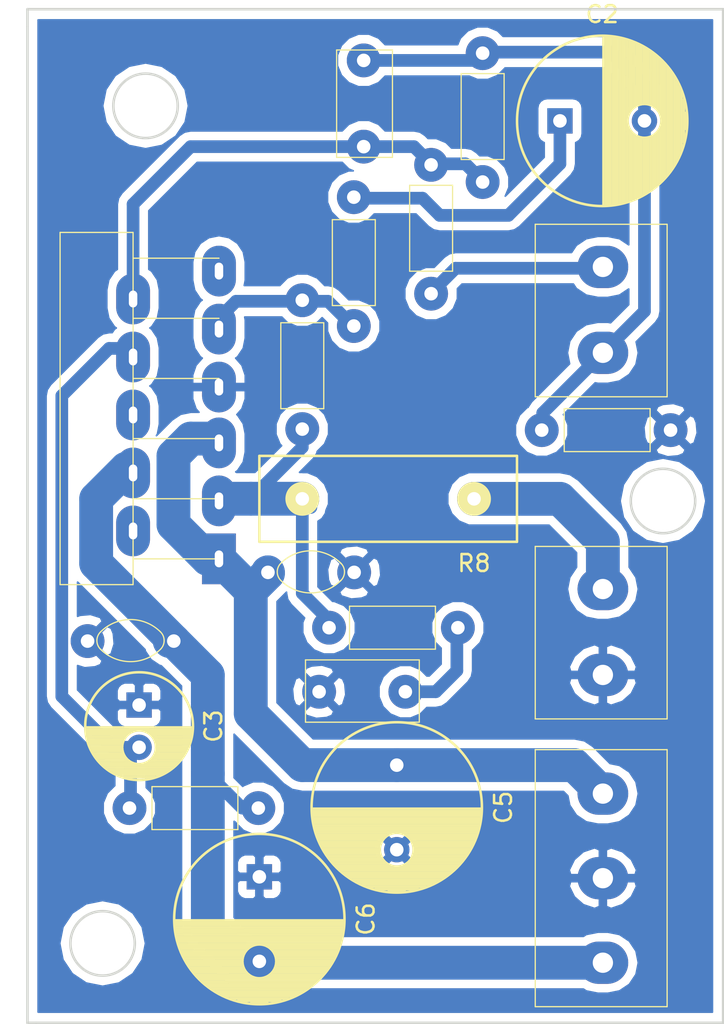
<source format=kicad_pcb>
(kicad_pcb (version 4) (host pcbnew 4.0.6)

  (general
    (links 35)
    (no_connects 0)
    (area 24.816999 24.308999 84.911001 65.607001)
    (thickness 1.6)
    (drawings 16)
    (tracks 78)
    (zones 0)
    (modules 20)
    (nets 13)
  )

  (page A4)
  (layers
    (0 F.Cu signal)
    (31 B.Cu signal)
    (32 B.Adhes user)
    (33 F.Adhes user)
    (34 B.Paste user)
    (35 F.Paste user)
    (36 B.SilkS user)
    (37 F.SilkS user)
    (38 B.Mask user)
    (39 F.Mask user)
    (40 Dwgs.User user)
    (41 Cmts.User user)
    (42 Eco1.User user)
    (43 Eco2.User user)
    (44 Edge.Cuts user)
    (45 Margin user)
    (46 B.CrtYd user)
    (47 F.CrtYd user hide)
    (48 B.Fab user)
    (49 F.Fab user)
  )

  (setup
    (last_trace_width 2)
    (trace_clearance 0.2)
    (zone_clearance 0.508)
    (zone_45_only yes)
    (trace_min 0.2)
    (segment_width 0.2)
    (edge_width 0.15)
    (via_size 0.6)
    (via_drill 0.4)
    (via_min_size 0.4)
    (via_min_drill 0.3)
    (uvia_size 0.3)
    (uvia_drill 0.1)
    (uvias_allowed no)
    (uvia_min_size 0.2)
    (uvia_min_drill 0.1)
    (pcb_text_width 0.3)
    (pcb_text_size 1.5 1.5)
    (mod_edge_width 0.15)
    (mod_text_size 1 1)
    (mod_text_width 0.15)
    (pad_size 1.524 1.524)
    (pad_drill 0.762)
    (pad_to_mask_clearance 0.2)
    (aux_axis_origin 0 0)
    (visible_elements 7FFCCFFF)
    (pcbplotparams
      (layerselection 0x00030_80000001)
      (usegerberextensions false)
      (excludeedgelayer true)
      (linewidth 0.800000)
      (plotframeref false)
      (viasonmask false)
      (mode 1)
      (useauxorigin false)
      (hpglpennumber 1)
      (hpglpenspeed 20)
      (hpglpendiameter 15)
      (hpglpenoverlay 2)
      (psnegative false)
      (psa4output false)
      (plotreference true)
      (plotvalue true)
      (plotinvisibletext false)
      (padsonsilk false)
      (subtractmaskfromsilk false)
      (outputformat 1)
      (mirror false)
      (drillshape 1)
      (scaleselection 1)
      (outputdirectory ""))
  )

  (net 0 "")
  (net 1 "Net-(C1-Pad1)")
  (net 2 "Net-(C2-Pad1)")
  (net 3 GNDPWR)
  (net 4 "Net-(C3-Pad2)")
  (net 5 "Net-(C4-Pad1)")
  (net 6 VCC)
  (net 7 VSS)
  (net 8 "Net-(R3-Pad1)")
  (net 9 GND)
  (net 10 "Net-(P3-Pad2)")
  (net 11 "Net-(R4-Pad1)")
  (net 12 "Net-(P1-Pad2)")

  (net_class Default "Questo è il gruppo di collegamenti predefinito"
    (clearance 0.2)
    (trace_width 2)
    (via_dia 0.6)
    (via_drill 0.4)
    (uvia_dia 0.3)
    (uvia_drill 0.1)
    (add_net GND)
    (add_net GNDPWR)
    (add_net "Net-(C1-Pad1)")
    (add_net "Net-(C2-Pad1)")
    (add_net "Net-(C3-Pad2)")
    (add_net "Net-(C4-Pad1)")
    (add_net "Net-(P1-Pad2)")
    (add_net "Net-(P3-Pad2)")
    (add_net "Net-(R3-Pad1)")
    (add_net "Net-(R4-Pad1)")
    (add_net VCC)
    (add_net VSS)
  )

  (module Impronte:Cap_10 (layer F.Cu) (tedit 58EA0B3A) (tstamp 593272E0)
    (at 41.656 16.764)
    (descr "Radial Electrolytic Capacitor Diameter 10mm x Length 13mm, Pitch 5mm")
    (tags "Electrolytic Capacitor")
    (path /586566FD)
    (fp_text reference C2 (at 2.5 -6.3) (layer F.SilkS)
      (effects (font (size 1 1) (thickness 0.15)))
    )
    (fp_text value 680u (at 2.5 6.3) (layer F.Fab)
      (effects (font (size 1 1) (thickness 0.15)))
    )
    (fp_line (start 2.575 -4.999) (end 2.575 4.999) (layer F.SilkS) (width 0.15))
    (fp_line (start 2.715 -4.995) (end 2.715 4.995) (layer F.SilkS) (width 0.15))
    (fp_line (start 2.855 -4.987) (end 2.855 4.987) (layer F.SilkS) (width 0.15))
    (fp_line (start 2.995 -4.975) (end 2.995 4.975) (layer F.SilkS) (width 0.15))
    (fp_line (start 3.135 -4.96) (end 3.135 4.96) (layer F.SilkS) (width 0.15))
    (fp_line (start 3.275 -4.94) (end 3.275 4.94) (layer F.SilkS) (width 0.15))
    (fp_line (start 3.415 -4.916) (end 3.415 4.916) (layer F.SilkS) (width 0.15))
    (fp_line (start 3.555 -4.887) (end 3.555 4.887) (layer F.SilkS) (width 0.15))
    (fp_line (start 3.695 -4.855) (end 3.695 4.855) (layer F.SilkS) (width 0.15))
    (fp_line (start 3.835 -4.818) (end 3.835 4.818) (layer F.SilkS) (width 0.15))
    (fp_line (start 3.975 -4.777) (end 3.975 4.777) (layer F.SilkS) (width 0.15))
    (fp_line (start 4.115 -4.732) (end 4.115 -0.466) (layer F.SilkS) (width 0.15))
    (fp_line (start 4.115 0.466) (end 4.115 4.732) (layer F.SilkS) (width 0.15))
    (fp_line (start 4.255 -4.682) (end 4.255 -0.667) (layer F.SilkS) (width 0.15))
    (fp_line (start 4.255 0.667) (end 4.255 4.682) (layer F.SilkS) (width 0.15))
    (fp_line (start 4.395 -4.627) (end 4.395 -0.796) (layer F.SilkS) (width 0.15))
    (fp_line (start 4.395 0.796) (end 4.395 4.627) (layer F.SilkS) (width 0.15))
    (fp_line (start 4.535 -4.567) (end 4.535 -0.885) (layer F.SilkS) (width 0.15))
    (fp_line (start 4.535 0.885) (end 4.535 4.567) (layer F.SilkS) (width 0.15))
    (fp_line (start 4.675 -4.502) (end 4.675 -0.946) (layer F.SilkS) (width 0.15))
    (fp_line (start 4.675 0.946) (end 4.675 4.502) (layer F.SilkS) (width 0.15))
    (fp_line (start 4.815 -4.432) (end 4.815 -0.983) (layer F.SilkS) (width 0.15))
    (fp_line (start 4.815 0.983) (end 4.815 4.432) (layer F.SilkS) (width 0.15))
    (fp_line (start 4.955 -4.356) (end 4.955 -0.999) (layer F.SilkS) (width 0.15))
    (fp_line (start 4.955 0.999) (end 4.955 4.356) (layer F.SilkS) (width 0.15))
    (fp_line (start 5.095 -4.274) (end 5.095 -0.995) (layer F.SilkS) (width 0.15))
    (fp_line (start 5.095 0.995) (end 5.095 4.274) (layer F.SilkS) (width 0.15))
    (fp_line (start 5.235 -4.186) (end 5.235 -0.972) (layer F.SilkS) (width 0.15))
    (fp_line (start 5.235 0.972) (end 5.235 4.186) (layer F.SilkS) (width 0.15))
    (fp_line (start 5.375 -4.091) (end 5.375 -0.927) (layer F.SilkS) (width 0.15))
    (fp_line (start 5.375 0.927) (end 5.375 4.091) (layer F.SilkS) (width 0.15))
    (fp_line (start 5.515 -3.989) (end 5.515 -0.857) (layer F.SilkS) (width 0.15))
    (fp_line (start 5.515 0.857) (end 5.515 3.989) (layer F.SilkS) (width 0.15))
    (fp_line (start 5.655 -3.879) (end 5.655 -0.756) (layer F.SilkS) (width 0.15))
    (fp_line (start 5.655 0.756) (end 5.655 3.879) (layer F.SilkS) (width 0.15))
    (fp_line (start 5.795 -3.761) (end 5.795 -0.607) (layer F.SilkS) (width 0.15))
    (fp_line (start 5.795 0.607) (end 5.795 3.761) (layer F.SilkS) (width 0.15))
    (fp_line (start 5.935 -3.633) (end 5.935 -0.355) (layer F.SilkS) (width 0.15))
    (fp_line (start 5.935 0.355) (end 5.935 3.633) (layer F.SilkS) (width 0.15))
    (fp_line (start 6.075 -3.496) (end 6.075 3.496) (layer F.SilkS) (width 0.15))
    (fp_line (start 6.215 -3.346) (end 6.215 3.346) (layer F.SilkS) (width 0.15))
    (fp_line (start 6.355 -3.184) (end 6.355 3.184) (layer F.SilkS) (width 0.15))
    (fp_line (start 6.495 -3.007) (end 6.495 3.007) (layer F.SilkS) (width 0.15))
    (fp_line (start 6.635 -2.811) (end 6.635 2.811) (layer F.SilkS) (width 0.15))
    (fp_line (start 6.775 -2.593) (end 6.775 2.593) (layer F.SilkS) (width 0.15))
    (fp_line (start 6.915 -2.347) (end 6.915 2.347) (layer F.SilkS) (width 0.15))
    (fp_line (start 7.055 -2.062) (end 7.055 2.062) (layer F.SilkS) (width 0.15))
    (fp_line (start 7.195 -1.72) (end 7.195 1.72) (layer F.SilkS) (width 0.15))
    (fp_line (start 7.335 -1.274) (end 7.335 1.274) (layer F.SilkS) (width 0.15))
    (fp_line (start 7.475 -0.499) (end 7.475 0.499) (layer F.SilkS) (width 0.15))
    (fp_circle (center 5 0) (end 5 -1) (layer F.SilkS) (width 0.15))
    (fp_circle (center 2.5 0) (end 2.5 -5.0375) (layer F.SilkS) (width 0.15))
    (fp_circle (center 2.5 0) (end 2.5 -5.3) (layer F.CrtYd) (width 0.05))
    (pad 1 thru_hole rect (at 0 0) (size 1.5 1.5) (drill 0.8) (layers *.Cu *.Mask)
      (net 2 "Net-(C2-Pad1)"))
    (pad 2 thru_hole circle (at 5 0) (size 1.5 1.5) (drill 0.8) (layers *.Cu *.Mask)
      (net 9 GND))
    (model Capacitors_ThroughHole.3dshapes/C_Radial_D10_L13_P5.wrl
      (at (xyz 0.0984252 0 0))
      (scale (xyz 1 1 1))
      (rotate (xyz 0 0 90))
    )
  )

  (module Impronte:Cap_6.3 (layer F.Cu) (tedit 593275D1) (tstamp 593272E5)
    (at 16.764 51.308 270)
    (descr "Radial Electrolytic Capacitor, Diameter 6.3mm x Length 11.2mm, Pitch 2.5mm")
    (tags "Electrolytic Capacitor")
    (path /58628153)
    (fp_text reference C3 (at 1.25 -4.4 270) (layer F.SilkS)
      (effects (font (size 1 1) (thickness 0.15)))
    )
    (fp_text value 100u (at 0.635 -4.445 270) (layer F.Fab)
      (effects (font (size 1 1) (thickness 0.15)))
    )
    (fp_line (start 1.325 -3.149) (end 1.325 3.149) (layer F.SilkS) (width 0.15))
    (fp_line (start 1.465 -3.143) (end 1.465 3.143) (layer F.SilkS) (width 0.15))
    (fp_line (start 1.605 -3.13) (end 1.605 -0.446) (layer F.SilkS) (width 0.15))
    (fp_line (start 1.605 0.446) (end 1.605 3.13) (layer F.SilkS) (width 0.15))
    (fp_line (start 1.745 -3.111) (end 1.745 -0.656) (layer F.SilkS) (width 0.15))
    (fp_line (start 1.745 0.656) (end 1.745 3.111) (layer F.SilkS) (width 0.15))
    (fp_line (start 1.885 -3.085) (end 1.885 -0.789) (layer F.SilkS) (width 0.15))
    (fp_line (start 1.885 0.789) (end 1.885 3.085) (layer F.SilkS) (width 0.15))
    (fp_line (start 2.025 -3.053) (end 2.025 -0.88) (layer F.SilkS) (width 0.15))
    (fp_line (start 2.025 0.88) (end 2.025 3.053) (layer F.SilkS) (width 0.15))
    (fp_line (start 2.165 -3.014) (end 2.165 -0.942) (layer F.SilkS) (width 0.15))
    (fp_line (start 2.165 0.942) (end 2.165 3.014) (layer F.SilkS) (width 0.15))
    (fp_line (start 2.305 -2.968) (end 2.305 -0.981) (layer F.SilkS) (width 0.15))
    (fp_line (start 2.305 0.981) (end 2.305 2.968) (layer F.SilkS) (width 0.15))
    (fp_line (start 2.445 -2.915) (end 2.445 -0.998) (layer F.SilkS) (width 0.15))
    (fp_line (start 2.445 0.998) (end 2.445 2.915) (layer F.SilkS) (width 0.15))
    (fp_line (start 2.585 -2.853) (end 2.585 -0.996) (layer F.SilkS) (width 0.15))
    (fp_line (start 2.585 0.996) (end 2.585 2.853) (layer F.SilkS) (width 0.15))
    (fp_line (start 2.725 -2.783) (end 2.725 -0.974) (layer F.SilkS) (width 0.15))
    (fp_line (start 2.725 0.974) (end 2.725 2.783) (layer F.SilkS) (width 0.15))
    (fp_line (start 2.865 -2.704) (end 2.865 -0.931) (layer F.SilkS) (width 0.15))
    (fp_line (start 2.865 0.931) (end 2.865 2.704) (layer F.SilkS) (width 0.15))
    (fp_line (start 3.005 -2.616) (end 3.005 -0.863) (layer F.SilkS) (width 0.15))
    (fp_line (start 3.005 0.863) (end 3.005 2.616) (layer F.SilkS) (width 0.15))
    (fp_line (start 3.145 -2.516) (end 3.145 -0.764) (layer F.SilkS) (width 0.15))
    (fp_line (start 3.145 0.764) (end 3.145 2.516) (layer F.SilkS) (width 0.15))
    (fp_line (start 3.285 -2.404) (end 3.285 -0.619) (layer F.SilkS) (width 0.15))
    (fp_line (start 3.285 0.619) (end 3.285 2.404) (layer F.SilkS) (width 0.15))
    (fp_line (start 3.425 -2.279) (end 3.425 -0.38) (layer F.SilkS) (width 0.15))
    (fp_line (start 3.425 0.38) (end 3.425 2.279) (layer F.SilkS) (width 0.15))
    (fp_line (start 3.565 -2.136) (end 3.565 2.136) (layer F.SilkS) (width 0.15))
    (fp_line (start 3.705 -1.974) (end 3.705 1.974) (layer F.SilkS) (width 0.15))
    (fp_line (start 3.845 -1.786) (end 3.845 1.786) (layer F.SilkS) (width 0.15))
    (fp_line (start 3.985 -1.563) (end 3.985 1.563) (layer F.SilkS) (width 0.15))
    (fp_line (start 4.125 -1.287) (end 4.125 1.287) (layer F.SilkS) (width 0.15))
    (fp_line (start 4.265 -0.912) (end 4.265 0.912) (layer F.SilkS) (width 0.15))
    (fp_circle (center 2.5 0) (end 2.5 -1) (layer F.SilkS) (width 0.15))
    (fp_circle (center 1.25 0) (end 1.25 -3.1875) (layer F.SilkS) (width 0.15))
    (fp_circle (center 1.25 0) (end 1.25 -3.4) (layer F.CrtYd) (width 0.05))
    (pad 2 thru_hole circle (at 2.5 0 270) (size 1.5 1.5) (drill 0.8) (layers *.Cu *.Mask)
      (net 4 "Net-(C3-Pad2)"))
    (pad 1 thru_hole rect (at 0 0 270) (size 1.5 1.5) (drill 0.8) (layers *.Cu *.Mask)
      (net 3 GNDPWR))
    (model Capacitors_ThroughHole.3dshapes/C_Radial_D6.3_L11.2_P2.5.wrl
      (at (xyz 0 0 0))
      (scale (xyz 1 1 1))
      (rotate (xyz 0 0 0))
    )
  )

  (module Impronte:Cap_10 (layer F.Cu) (tedit 58EA0B3A) (tstamp 593272EF)
    (at 32.004 54.864 270)
    (descr "Radial Electrolytic Capacitor Diameter 10mm x Length 13mm, Pitch 5mm")
    (tags "Electrolytic Capacitor")
    (path /586D8B94)
    (fp_text reference C5 (at 2.5 -6.3 270) (layer F.SilkS)
      (effects (font (size 1 1) (thickness 0.15)))
    )
    (fp_text value 1000u (at 2.5 6.3 270) (layer F.Fab)
      (effects (font (size 1 1) (thickness 0.15)))
    )
    (fp_line (start 2.575 -4.999) (end 2.575 4.999) (layer F.SilkS) (width 0.15))
    (fp_line (start 2.715 -4.995) (end 2.715 4.995) (layer F.SilkS) (width 0.15))
    (fp_line (start 2.855 -4.987) (end 2.855 4.987) (layer F.SilkS) (width 0.15))
    (fp_line (start 2.995 -4.975) (end 2.995 4.975) (layer F.SilkS) (width 0.15))
    (fp_line (start 3.135 -4.96) (end 3.135 4.96) (layer F.SilkS) (width 0.15))
    (fp_line (start 3.275 -4.94) (end 3.275 4.94) (layer F.SilkS) (width 0.15))
    (fp_line (start 3.415 -4.916) (end 3.415 4.916) (layer F.SilkS) (width 0.15))
    (fp_line (start 3.555 -4.887) (end 3.555 4.887) (layer F.SilkS) (width 0.15))
    (fp_line (start 3.695 -4.855) (end 3.695 4.855) (layer F.SilkS) (width 0.15))
    (fp_line (start 3.835 -4.818) (end 3.835 4.818) (layer F.SilkS) (width 0.15))
    (fp_line (start 3.975 -4.777) (end 3.975 4.777) (layer F.SilkS) (width 0.15))
    (fp_line (start 4.115 -4.732) (end 4.115 -0.466) (layer F.SilkS) (width 0.15))
    (fp_line (start 4.115 0.466) (end 4.115 4.732) (layer F.SilkS) (width 0.15))
    (fp_line (start 4.255 -4.682) (end 4.255 -0.667) (layer F.SilkS) (width 0.15))
    (fp_line (start 4.255 0.667) (end 4.255 4.682) (layer F.SilkS) (width 0.15))
    (fp_line (start 4.395 -4.627) (end 4.395 -0.796) (layer F.SilkS) (width 0.15))
    (fp_line (start 4.395 0.796) (end 4.395 4.627) (layer F.SilkS) (width 0.15))
    (fp_line (start 4.535 -4.567) (end 4.535 -0.885) (layer F.SilkS) (width 0.15))
    (fp_line (start 4.535 0.885) (end 4.535 4.567) (layer F.SilkS) (width 0.15))
    (fp_line (start 4.675 -4.502) (end 4.675 -0.946) (layer F.SilkS) (width 0.15))
    (fp_line (start 4.675 0.946) (end 4.675 4.502) (layer F.SilkS) (width 0.15))
    (fp_line (start 4.815 -4.432) (end 4.815 -0.983) (layer F.SilkS) (width 0.15))
    (fp_line (start 4.815 0.983) (end 4.815 4.432) (layer F.SilkS) (width 0.15))
    (fp_line (start 4.955 -4.356) (end 4.955 -0.999) (layer F.SilkS) (width 0.15))
    (fp_line (start 4.955 0.999) (end 4.955 4.356) (layer F.SilkS) (width 0.15))
    (fp_line (start 5.095 -4.274) (end 5.095 -0.995) (layer F.SilkS) (width 0.15))
    (fp_line (start 5.095 0.995) (end 5.095 4.274) (layer F.SilkS) (width 0.15))
    (fp_line (start 5.235 -4.186) (end 5.235 -0.972) (layer F.SilkS) (width 0.15))
    (fp_line (start 5.235 0.972) (end 5.235 4.186) (layer F.SilkS) (width 0.15))
    (fp_line (start 5.375 -4.091) (end 5.375 -0.927) (layer F.SilkS) (width 0.15))
    (fp_line (start 5.375 0.927) (end 5.375 4.091) (layer F.SilkS) (width 0.15))
    (fp_line (start 5.515 -3.989) (end 5.515 -0.857) (layer F.SilkS) (width 0.15))
    (fp_line (start 5.515 0.857) (end 5.515 3.989) (layer F.SilkS) (width 0.15))
    (fp_line (start 5.655 -3.879) (end 5.655 -0.756) (layer F.SilkS) (width 0.15))
    (fp_line (start 5.655 0.756) (end 5.655 3.879) (layer F.SilkS) (width 0.15))
    (fp_line (start 5.795 -3.761) (end 5.795 -0.607) (layer F.SilkS) (width 0.15))
    (fp_line (start 5.795 0.607) (end 5.795 3.761) (layer F.SilkS) (width 0.15))
    (fp_line (start 5.935 -3.633) (end 5.935 -0.355) (layer F.SilkS) (width 0.15))
    (fp_line (start 5.935 0.355) (end 5.935 3.633) (layer F.SilkS) (width 0.15))
    (fp_line (start 6.075 -3.496) (end 6.075 3.496) (layer F.SilkS) (width 0.15))
    (fp_line (start 6.215 -3.346) (end 6.215 3.346) (layer F.SilkS) (width 0.15))
    (fp_line (start 6.355 -3.184) (end 6.355 3.184) (layer F.SilkS) (width 0.15))
    (fp_line (start 6.495 -3.007) (end 6.495 3.007) (layer F.SilkS) (width 0.15))
    (fp_line (start 6.635 -2.811) (end 6.635 2.811) (layer F.SilkS) (width 0.15))
    (fp_line (start 6.775 -2.593) (end 6.775 2.593) (layer F.SilkS) (width 0.15))
    (fp_line (start 6.915 -2.347) (end 6.915 2.347) (layer F.SilkS) (width 0.15))
    (fp_line (start 7.055 -2.062) (end 7.055 2.062) (layer F.SilkS) (width 0.15))
    (fp_line (start 7.195 -1.72) (end 7.195 1.72) (layer F.SilkS) (width 0.15))
    (fp_line (start 7.335 -1.274) (end 7.335 1.274) (layer F.SilkS) (width 0.15))
    (fp_line (start 7.475 -0.499) (end 7.475 0.499) (layer F.SilkS) (width 0.15))
    (fp_circle (center 5 0) (end 5 -1) (layer F.SilkS) (width 0.15))
    (fp_circle (center 2.5 0) (end 2.5 -5.0375) (layer F.SilkS) (width 0.15))
    (fp_circle (center 2.5 0) (end 2.5 -5.3) (layer F.CrtYd) (width 0.05))
    (pad 1 thru_hole rect (at 0 0 270) (size 1.5 1.5) (drill 0.8) (layers *.Cu *.Mask)
      (net 6 VCC))
    (pad 2 thru_hole circle (at 5 0 270) (size 1.5 1.5) (drill 0.8) (layers *.Cu *.Mask)
      (net 3 GNDPWR))
    (model Capacitors_ThroughHole.3dshapes/C_Radial_D10_L13_P5.wrl
      (at (xyz 0.0984252 0 0))
      (scale (xyz 1 1 1))
      (rotate (xyz 0 0 90))
    )
  )

  (module Impronte:Cap_10 (layer F.Cu) (tedit 58EA0B3A) (tstamp 593272F4)
    (at 23.876 61.468 270)
    (descr "Radial Electrolytic Capacitor Diameter 10mm x Length 13mm, Pitch 5mm")
    (tags "Electrolytic Capacitor")
    (path /586D8B3D)
    (fp_text reference C6 (at 2.5 -6.3 270) (layer F.SilkS)
      (effects (font (size 1 1) (thickness 0.15)))
    )
    (fp_text value 1000u (at 2.5 6.3 270) (layer F.Fab)
      (effects (font (size 1 1) (thickness 0.15)))
    )
    (fp_line (start 2.575 -4.999) (end 2.575 4.999) (layer F.SilkS) (width 0.15))
    (fp_line (start 2.715 -4.995) (end 2.715 4.995) (layer F.SilkS) (width 0.15))
    (fp_line (start 2.855 -4.987) (end 2.855 4.987) (layer F.SilkS) (width 0.15))
    (fp_line (start 2.995 -4.975) (end 2.995 4.975) (layer F.SilkS) (width 0.15))
    (fp_line (start 3.135 -4.96) (end 3.135 4.96) (layer F.SilkS) (width 0.15))
    (fp_line (start 3.275 -4.94) (end 3.275 4.94) (layer F.SilkS) (width 0.15))
    (fp_line (start 3.415 -4.916) (end 3.415 4.916) (layer F.SilkS) (width 0.15))
    (fp_line (start 3.555 -4.887) (end 3.555 4.887) (layer F.SilkS) (width 0.15))
    (fp_line (start 3.695 -4.855) (end 3.695 4.855) (layer F.SilkS) (width 0.15))
    (fp_line (start 3.835 -4.818) (end 3.835 4.818) (layer F.SilkS) (width 0.15))
    (fp_line (start 3.975 -4.777) (end 3.975 4.777) (layer F.SilkS) (width 0.15))
    (fp_line (start 4.115 -4.732) (end 4.115 -0.466) (layer F.SilkS) (width 0.15))
    (fp_line (start 4.115 0.466) (end 4.115 4.732) (layer F.SilkS) (width 0.15))
    (fp_line (start 4.255 -4.682) (end 4.255 -0.667) (layer F.SilkS) (width 0.15))
    (fp_line (start 4.255 0.667) (end 4.255 4.682) (layer F.SilkS) (width 0.15))
    (fp_line (start 4.395 -4.627) (end 4.395 -0.796) (layer F.SilkS) (width 0.15))
    (fp_line (start 4.395 0.796) (end 4.395 4.627) (layer F.SilkS) (width 0.15))
    (fp_line (start 4.535 -4.567) (end 4.535 -0.885) (layer F.SilkS) (width 0.15))
    (fp_line (start 4.535 0.885) (end 4.535 4.567) (layer F.SilkS) (width 0.15))
    (fp_line (start 4.675 -4.502) (end 4.675 -0.946) (layer F.SilkS) (width 0.15))
    (fp_line (start 4.675 0.946) (end 4.675 4.502) (layer F.SilkS) (width 0.15))
    (fp_line (start 4.815 -4.432) (end 4.815 -0.983) (layer F.SilkS) (width 0.15))
    (fp_line (start 4.815 0.983) (end 4.815 4.432) (layer F.SilkS) (width 0.15))
    (fp_line (start 4.955 -4.356) (end 4.955 -0.999) (layer F.SilkS) (width 0.15))
    (fp_line (start 4.955 0.999) (end 4.955 4.356) (layer F.SilkS) (width 0.15))
    (fp_line (start 5.095 -4.274) (end 5.095 -0.995) (layer F.SilkS) (width 0.15))
    (fp_line (start 5.095 0.995) (end 5.095 4.274) (layer F.SilkS) (width 0.15))
    (fp_line (start 5.235 -4.186) (end 5.235 -0.972) (layer F.SilkS) (width 0.15))
    (fp_line (start 5.235 0.972) (end 5.235 4.186) (layer F.SilkS) (width 0.15))
    (fp_line (start 5.375 -4.091) (end 5.375 -0.927) (layer F.SilkS) (width 0.15))
    (fp_line (start 5.375 0.927) (end 5.375 4.091) (layer F.SilkS) (width 0.15))
    (fp_line (start 5.515 -3.989) (end 5.515 -0.857) (layer F.SilkS) (width 0.15))
    (fp_line (start 5.515 0.857) (end 5.515 3.989) (layer F.SilkS) (width 0.15))
    (fp_line (start 5.655 -3.879) (end 5.655 -0.756) (layer F.SilkS) (width 0.15))
    (fp_line (start 5.655 0.756) (end 5.655 3.879) (layer F.SilkS) (width 0.15))
    (fp_line (start 5.795 -3.761) (end 5.795 -0.607) (layer F.SilkS) (width 0.15))
    (fp_line (start 5.795 0.607) (end 5.795 3.761) (layer F.SilkS) (width 0.15))
    (fp_line (start 5.935 -3.633) (end 5.935 -0.355) (layer F.SilkS) (width 0.15))
    (fp_line (start 5.935 0.355) (end 5.935 3.633) (layer F.SilkS) (width 0.15))
    (fp_line (start 6.075 -3.496) (end 6.075 3.496) (layer F.SilkS) (width 0.15))
    (fp_line (start 6.215 -3.346) (end 6.215 3.346) (layer F.SilkS) (width 0.15))
    (fp_line (start 6.355 -3.184) (end 6.355 3.184) (layer F.SilkS) (width 0.15))
    (fp_line (start 6.495 -3.007) (end 6.495 3.007) (layer F.SilkS) (width 0.15))
    (fp_line (start 6.635 -2.811) (end 6.635 2.811) (layer F.SilkS) (width 0.15))
    (fp_line (start 6.775 -2.593) (end 6.775 2.593) (layer F.SilkS) (width 0.15))
    (fp_line (start 6.915 -2.347) (end 6.915 2.347) (layer F.SilkS) (width 0.15))
    (fp_line (start 7.055 -2.062) (end 7.055 2.062) (layer F.SilkS) (width 0.15))
    (fp_line (start 7.195 -1.72) (end 7.195 1.72) (layer F.SilkS) (width 0.15))
    (fp_line (start 7.335 -1.274) (end 7.335 1.274) (layer F.SilkS) (width 0.15))
    (fp_line (start 7.475 -0.499) (end 7.475 0.499) (layer F.SilkS) (width 0.15))
    (fp_circle (center 5 0) (end 5 -1) (layer F.SilkS) (width 0.15))
    (fp_circle (center 2.5 0) (end 2.5 -5.0375) (layer F.SilkS) (width 0.15))
    (fp_circle (center 2.5 0) (end 2.5 -5.3) (layer F.CrtYd) (width 0.05))
    (pad 1 thru_hole rect (at 0 0 270) (size 1.5 1.5) (drill 0.8) (layers *.Cu *.Mask)
      (net 3 GNDPWR))
    (pad 2 thru_hole circle (at 5 0 270) (size 1.5 1.5) (drill 0.8) (layers *.Cu *.Mask)
      (net 7 VSS))
    (model Capacitors_ThroughHole.3dshapes/C_Radial_D10_L13_P5.wrl
      (at (xyz 0.0984252 0 0))
      (scale (xyz 1 1 1))
      (rotate (xyz 0 0 90))
    )
  )

  (module Impronte:Resistenza_5W_Verticale (layer F.Cu) (tedit 590D884A) (tstamp 59327308)
    (at 39.116 41.656 180)
    (path /59327698)
    (fp_text reference R8 (at 2.54 -1.27 180) (layer F.SilkS)
      (effects (font (size 1 1) (thickness 0.15)))
    )
    (fp_text value 0.1 (at 7.62 2.54 180) (layer F.Fab)
      (effects (font (size 1 1) (thickness 0.15)))
    )
    (fp_line (start 0 0) (end 15.24 0) (layer F.SilkS) (width 0.15))
    (fp_line (start 15.24 0) (end 15.24 5.08) (layer F.SilkS) (width 0.15))
    (fp_line (start 15.24 5.08) (end 0 5.08) (layer F.SilkS) (width 0.15))
    (fp_line (start 0 5.08) (end 0 0) (layer F.SilkS) (width 0.15))
    (pad 1 thru_hole circle (at 2.54 2.54 180) (size 2 2) (drill 0.8) (layers *.Cu *.Mask F.SilkS)
      (net 12 "Net-(P1-Pad2)"))
    (pad 2 thru_hole circle (at 12.7 2.54 180) (size 2 2) (drill 0.8) (layers *.Cu *.Mask F.SilkS)
      (net 11 "Net-(R4-Pad1)"))
  )

  (module Impronte:TO220-11 (layer F.Cu) (tedit 59438AAF) (tstamp 586D8308)
    (at 21.488 42.665 90)
    (path /586269B7)
    (fp_text reference U1 (at -0.4 -8.95 90) (layer Eco1.User)
      (effects (font (size 0.5 0.5) (thickness 0.1)))
    )
    (fp_text value LM3886T (at -0.4 -6.5 90) (layer Eco2.User)
      (effects (font (size 0.5 0.5) (thickness 0.1)))
    )
    (fp_line (start 0 0) (end 0 -5.08) (layer F.SilkS) (width 0.075))
    (fp_line (start 3.556 0) (end 3.556 -5.08) (layer F.SilkS) (width 0.075))
    (fp_line (start 7.112 0) (end 7.112 -5.08) (layer F.SilkS) (width 0.075))
    (fp_line (start 10.668 0) (end 10.668 -5.08) (layer F.SilkS) (width 0.075))
    (fp_line (start 14.224 0) (end 14.224 -5.08) (layer F.SilkS) (width 0.075))
    (fp_line (start 17.78 0) (end 17.78 -5.08) (layer F.SilkS) (width 0.075))
    (fp_line (start 19.304 -5.08) (end 19.304 -9.398) (layer F.SilkS) (width 0.075))
    (fp_line (start -1.524 -5.08) (end 19.304 -5.08) (layer F.SilkS) (width 0.075))
    (fp_line (start -1.524 -9.398) (end -1.524 -5.08) (layer F.SilkS) (width 0.075))
    (fp_line (start 19.304 -9.398) (end -1.524 -9.398) (layer F.SilkS) (width 0.075))
    (pad 1 thru_hole rect (at 0 0 90) (size 3 2) (drill oval 1 0.5) (layers *.Cu *.Mask)
      (net 6 VCC))
    (pad 2 thru_hole oval (at 1.651 -5.08 90) (size 3 2) (drill oval 1 0.5) (layers *.Cu *.Mask))
    (pad 3 thru_hole oval (at 3.429 0 90) (size 3 2) (drill oval 1 0.5) (layers *.Cu *.Mask)
      (net 11 "Net-(R4-Pad1)"))
    (pad 4 thru_hole oval (at 5.08 -5.08 90) (size 3 2) (drill oval 1 0.5) (layers *.Cu *.Mask)
      (net 7 VSS))
    (pad 6 thru_hole oval (at 8.509 -5.08 90) (size 3 2) (drill oval 1 0.5) (layers *.Cu *.Mask))
    (pad 8 thru_hole oval (at 11.938 -5.08 90) (size 3 2) (drill oval 1 0.5) (layers *.Cu *.Mask)
      (net 4 "Net-(C3-Pad2)"))
    (pad 10 thru_hole oval (at 15.367 -5.08 90) (size 3 2) (drill oval 1 0.5) (layers *.Cu *.Mask)
      (net 1 "Net-(C1-Pad1)"))
    (pad 5 thru_hole oval (at 6.858 0 90) (size 3 2) (drill oval 1 0.5) (layers *.Cu *.Mask)
      (net 6 VCC))
    (pad 7 thru_hole oval (at 10.16 0 90) (size 3 2) (drill oval 1 0.5) (layers *.Cu *.Mask)
      (net 3 GNDPWR))
    (pad 9 thru_hole oval (at 13.589 0 90) (size 3 2) (drill oval 1 0.5) (layers *.Cu *.Mask)
      (net 8 "Net-(R3-Pad1)"))
    (pad 11 thru_hole oval (at 17.018 0 90) (size 3 2) (drill oval 1 0.5) (layers *.Cu *.Mask))
    (model C:/Users/Alberto/Desktop/packages3D-master/TO_SOT_Packages_THT.3dshapes/Multiwatt-11_Vertical_StaggeredType1.wrl
      (at (xyz 0 0 0))
      (scale (xyz 1 1 1))
      (rotate (xyz 0 0 0))
    )
  )

  (module Impronte:AK300-2 (layer F.Cu) (tedit 5943A25F) (tstamp 586D82D5)
    (at 44.196 30.48 90)
    (descr CONNECTOR)
    (tags CONNECTOR)
    (path /58627377)
    (attr virtual)
    (fp_text reference P3 (at -1.2 -3.2 90) (layer Eco1.User)
      (effects (font (size 0.5 0.5) (thickness 0.1)))
    )
    (fp_text value In (at 1.8 -2.4 90) (layer Eco2.User)
      (effects (font (size 0.5 0.5) (thickness 0.1)))
    )
    (fp_line (start 7.6 3.8) (end 7.6 -4) (layer F.SilkS) (width 0.075))
    (fp_line (start -2.6 3.8) (end 7.6 3.8) (layer F.SilkS) (width 0.075))
    (fp_line (start -2.6 -4) (end -2.6 3.8) (layer F.SilkS) (width 0.075))
    (fp_line (start 7.6 -4) (end -2.6 -4) (layer F.SilkS) (width 0.075))
    (pad 1 thru_hole oval (at 0 0 90) (size 2.5 3) (drill 1.2) (layers *.Cu F.Paste F.Mask)
      (net 9 GND))
    (pad 2 thru_hole oval (at 5.08 0 90) (size 2.5 3) (drill 1.2) (layers *.Cu F.Paste F.Mask)
      (net 10 "Net-(P3-Pad2)"))
    (model "F:/Dropbox/Elettronica/Kicad/Modelli 3D/AK300-2.wrl"
      (at (xyz 0 0 0))
      (scale (xyz 1 1 1))
      (rotate (xyz -90 0 0))
    )
  )

  (module Impronte:AK300-2 (layer F.Cu) (tedit 5943A25F) (tstamp 586D82C8)
    (at 44.196 49.53 90)
    (descr CONNECTOR)
    (tags CONNECTOR)
    (path /58650C09)
    (attr virtual)
    (fp_text reference P1 (at -1.2 -3.2 90) (layer Eco1.User)
      (effects (font (size 0.5 0.5) (thickness 0.1)))
    )
    (fp_text value Out (at 1.8 -2.4 90) (layer Eco2.User)
      (effects (font (size 0.5 0.5) (thickness 0.1)))
    )
    (fp_line (start 7.6 3.8) (end 7.6 -4) (layer F.SilkS) (width 0.075))
    (fp_line (start -2.6 3.8) (end 7.6 3.8) (layer F.SilkS) (width 0.075))
    (fp_line (start -2.6 -4) (end -2.6 3.8) (layer F.SilkS) (width 0.075))
    (fp_line (start 7.6 -4) (end -2.6 -4) (layer F.SilkS) (width 0.075))
    (pad 1 thru_hole oval (at 0 0 90) (size 2.5 3) (drill 1.2) (layers *.Cu F.Paste F.Mask)
      (net 3 GNDPWR))
    (pad 2 thru_hole oval (at 5.08 0 90) (size 2.5 3) (drill 1.2) (layers *.Cu F.Paste F.Mask)
      (net 12 "Net-(P1-Pad2)"))
    (model "F:/Dropbox/Elettronica/Kicad/Modelli 3D/AK300-2.wrl"
      (at (xyz 0 0 0))
      (scale (xyz 1 1 1))
      (rotate (xyz -90 0 0))
    )
  )

  (module Impronte:AK300-3 (layer F.Cu) (tedit 5943A21C) (tstamp 586D82CF)
    (at 44.196 66.548 90)
    (descr CONNECTOR)
    (tags CONNECTOR)
    (path /5862A3CD)
    (attr virtual)
    (fp_text reference P2 (at -1.4 -3.4 90) (layer Eco1.User)
      (effects (font (size 0.5 0.5) (thickness 0.1)))
    )
    (fp_text value Sup (at 4.8 -2.2 90) (layer Eco2.User)
      (effects (font (size 0.5 0.5) (thickness 0.1)))
    )
    (fp_line (start 12.6 3.8) (end 12.6 -4) (layer F.SilkS) (width 0.075))
    (fp_line (start -2.6 3.8) (end 12.6 3.8) (layer F.SilkS) (width 0.075))
    (fp_line (start -2.6 -4) (end -2.6 3.8) (layer F.SilkS) (width 0.075))
    (fp_line (start 12.6 -4) (end -2.6 -4) (layer F.SilkS) (width 0.075))
    (pad 1 thru_hole oval (at 0 0 90) (size 2.5 3) (drill 1.2) (layers *.Cu F.Paste F.Mask)
      (net 7 VSS))
    (pad 2 thru_hole oval (at 5 0 90) (size 2.5 3) (drill 1.2) (layers *.Cu F.Paste F.Mask)
      (net 3 GNDPWR))
    (pad 3 thru_hole oval (at 10 0 90) (size 2.5 3) (drill 1.2) (layers *.Cu F.Paste F.Mask)
      (net 6 VCC))
    (model "F:/Dropbox/Elettronica/Kicad/Modelli 3D/AK300-3.wrl"
      (at (xyz 0 0 0))
      (scale (xyz 1 1 1))
      (rotate (xyz -90 0 0))
    )
  )

  (module Impronte:Res_Orizz_7mm (layer F.Cu) (tedit 59438C30) (tstamp 5933BE8F)
    (at 44.45 35.052 180)
    (descr "Resistor, Axial,  RM 10mm, 1/3W")
    (tags "Resistor Axial RM 10mm 1/3W")
    (path /586D9B92)
    (fp_text reference R7 (at -1.4 -0.85 180) (layer Eco1.User)
      (effects (font (size 0.5 0.5) (thickness 0.1)))
    )
    (fp_text value 10 (at 0.35 0 180) (layer Eco2.User)
      (effects (font (size 0.5 0.5) (thickness 0.1)))
    )
    (fp_line (start -2.54 1.27) (end -2.54 -1.27) (layer F.SilkS) (width 0.075))
    (fp_line (start 2.54 1.27) (end -2.54 1.27) (layer F.SilkS) (width 0.075))
    (fp_line (start 2.54 1.27) (end 2.54 -1.27) (layer F.SilkS) (width 0.075))
    (fp_line (start 2.54 -1.27) (end -2.54 -1.27) (layer F.SilkS) (width 0.075))
    (pad 1 thru_hole circle (at -3.75 0 180) (size 2 2) (drill 0.8) (layers *.Cu *.Mask)
      (net 3 GNDPWR))
    (pad 2 thru_hole circle (at 3.87 0 180) (size 2 2) (drill 0.8) (layers *.Cu *.Mask)
      (net 9 GND))
    (model Resistors_THT.3dshapes/R_Axial_DIN0207_L6.3mm_D2.5mm_P7.62mm_Horizontal.wrl
      (at (xyz -0.15 0 0))
      (scale (xyz 0.4 0.4 0.4))
      (rotate (xyz 0 0 0))
    )
  )

  (module Impronte:Res_Orizz_7mm (layer F.Cu) (tedit 59438C30) (tstamp 5933BE8A)
    (at 31.75 46.736)
    (descr "Resistor, Axial,  RM 10mm, 1/3W")
    (tags "Resistor Axial RM 10mm 1/3W")
    (path /586297EF)
    (fp_text reference R6 (at -1.4 -0.85) (layer Eco1.User)
      (effects (font (size 0.5 0.5) (thickness 0.1)))
    )
    (fp_text value 2.2 (at 0.35 0) (layer Eco2.User)
      (effects (font (size 0.5 0.5) (thickness 0.1)))
    )
    (fp_line (start -2.54 1.27) (end -2.54 -1.27) (layer F.SilkS) (width 0.075))
    (fp_line (start 2.54 1.27) (end -2.54 1.27) (layer F.SilkS) (width 0.075))
    (fp_line (start 2.54 1.27) (end 2.54 -1.27) (layer F.SilkS) (width 0.075))
    (fp_line (start 2.54 -1.27) (end -2.54 -1.27) (layer F.SilkS) (width 0.075))
    (pad 1 thru_hole circle (at -3.75 0) (size 2 2) (drill 0.8) (layers *.Cu *.Mask)
      (net 11 "Net-(R4-Pad1)"))
    (pad 2 thru_hole circle (at 3.87 0) (size 2 2) (drill 0.8) (layers *.Cu *.Mask)
      (net 5 "Net-(C4-Pad1)"))
    (model Resistors_THT.3dshapes/R_Axial_DIN0207_L6.3mm_D2.5mm_P7.62mm_Horizontal.wrl
      (at (xyz -0.15 0 0))
      (scale (xyz 0.4 0.4 0.4))
      (rotate (xyz 0 0 0))
    )
  )

  (module Impronte:Res_Orizz_7mm (layer F.Cu) (tedit 59438C30) (tstamp 5933BE85)
    (at 20.066 57.404 180)
    (descr "Resistor, Axial,  RM 10mm, 1/3W")
    (tags "Resistor Axial RM 10mm 1/3W")
    (path /58627FA2)
    (fp_text reference R5 (at -1.4 -0.85 180) (layer Eco1.User)
      (effects (font (size 0.5 0.5) (thickness 0.1)))
    )
    (fp_text value 10k (at 0.35 0 180) (layer Eco2.User)
      (effects (font (size 0.5 0.5) (thickness 0.1)))
    )
    (fp_line (start -2.54 1.27) (end -2.54 -1.27) (layer F.SilkS) (width 0.075))
    (fp_line (start 2.54 1.27) (end -2.54 1.27) (layer F.SilkS) (width 0.075))
    (fp_line (start 2.54 1.27) (end 2.54 -1.27) (layer F.SilkS) (width 0.075))
    (fp_line (start 2.54 -1.27) (end -2.54 -1.27) (layer F.SilkS) (width 0.075))
    (pad 1 thru_hole circle (at -3.75 0 180) (size 2 2) (drill 0.8) (layers *.Cu *.Mask)
      (net 7 VSS))
    (pad 2 thru_hole circle (at 3.87 0 180) (size 2 2) (drill 0.8) (layers *.Cu *.Mask)
      (net 4 "Net-(C3-Pad2)"))
    (model Resistors_THT.3dshapes/R_Axial_DIN0207_L6.3mm_D2.5mm_P7.62mm_Horizontal.wrl
      (at (xyz -0.15 0 0))
      (scale (xyz 0.4 0.4 0.4))
      (rotate (xyz 0 0 0))
    )
  )

  (module Impronte:Res_Orizz_7mm (layer F.Cu) (tedit 59438C30) (tstamp 5933BE80)
    (at 26.416 31.242 90)
    (descr "Resistor, Axial,  RM 10mm, 1/3W")
    (tags "Resistor Axial RM 10mm 1/3W")
    (path /586293E4)
    (fp_text reference R4 (at -1.4 -0.85 90) (layer Eco1.User)
      (effects (font (size 0.5 0.5) (thickness 0.1)))
    )
    (fp_text value 22k (at 0.35 0 90) (layer Eco2.User)
      (effects (font (size 0.5 0.5) (thickness 0.1)))
    )
    (fp_line (start -2.54 1.27) (end -2.54 -1.27) (layer F.SilkS) (width 0.075))
    (fp_line (start 2.54 1.27) (end -2.54 1.27) (layer F.SilkS) (width 0.075))
    (fp_line (start 2.54 1.27) (end 2.54 -1.27) (layer F.SilkS) (width 0.075))
    (fp_line (start 2.54 -1.27) (end -2.54 -1.27) (layer F.SilkS) (width 0.075))
    (pad 1 thru_hole circle (at -3.75 0 90) (size 2 2) (drill 0.8) (layers *.Cu *.Mask)
      (net 11 "Net-(R4-Pad1)"))
    (pad 2 thru_hole circle (at 3.87 0 90) (size 2 2) (drill 0.8) (layers *.Cu *.Mask)
      (net 8 "Net-(R3-Pad1)"))
    (model Resistors_THT.3dshapes/R_Axial_DIN0207_L6.3mm_D2.5mm_P7.62mm_Horizontal.wrl
      (at (xyz -0.15 0 0))
      (scale (xyz 0.4 0.4 0.4))
      (rotate (xyz 0 0 0))
    )
  )

  (module Impronte:Res_Orizz_7mm (layer F.Cu) (tedit 59438C30) (tstamp 5933BE7B)
    (at 29.464 25.146 90)
    (descr "Resistor, Axial,  RM 10mm, 1/3W")
    (tags "Resistor Axial RM 10mm 1/3W")
    (path /58628B25)
    (fp_text reference R3 (at -1.4 -0.85 90) (layer Eco1.User)
      (effects (font (size 0.5 0.5) (thickness 0.1)))
    )
    (fp_text value 680 (at 0.35 0 90) (layer Eco2.User)
      (effects (font (size 0.5 0.5) (thickness 0.1)))
    )
    (fp_line (start -2.54 1.27) (end -2.54 -1.27) (layer F.SilkS) (width 0.075))
    (fp_line (start 2.54 1.27) (end -2.54 1.27) (layer F.SilkS) (width 0.075))
    (fp_line (start 2.54 1.27) (end 2.54 -1.27) (layer F.SilkS) (width 0.075))
    (fp_line (start 2.54 -1.27) (end -2.54 -1.27) (layer F.SilkS) (width 0.075))
    (pad 1 thru_hole circle (at -3.75 0 90) (size 2 2) (drill 0.8) (layers *.Cu *.Mask)
      (net 8 "Net-(R3-Pad1)"))
    (pad 2 thru_hole circle (at 3.87 0 90) (size 2 2) (drill 0.8) (layers *.Cu *.Mask)
      (net 2 "Net-(C2-Pad1)"))
    (model Resistors_THT.3dshapes/R_Axial_DIN0207_L6.3mm_D2.5mm_P7.62mm_Horizontal.wrl
      (at (xyz -0.15 0 0))
      (scale (xyz 0.4 0.4 0.4))
      (rotate (xyz 0 0 0))
    )
  )

  (module Impronte:Res_Orizz_7mm (layer F.Cu) (tedit 59438C30) (tstamp 5933BE76)
    (at 37.084 16.51 270)
    (descr "Resistor, Axial,  RM 10mm, 1/3W")
    (tags "Resistor Axial RM 10mm 1/3W")
    (path /586561EA)
    (fp_text reference R2 (at -1.4 -0.85 270) (layer Eco1.User)
      (effects (font (size 0.5 0.5) (thickness 0.1)))
    )
    (fp_text value 33k (at 0.35 0 270) (layer Eco2.User)
      (effects (font (size 0.5 0.5) (thickness 0.1)))
    )
    (fp_line (start -2.54 1.27) (end -2.54 -1.27) (layer F.SilkS) (width 0.075))
    (fp_line (start 2.54 1.27) (end -2.54 1.27) (layer F.SilkS) (width 0.075))
    (fp_line (start 2.54 1.27) (end 2.54 -1.27) (layer F.SilkS) (width 0.075))
    (fp_line (start 2.54 -1.27) (end -2.54 -1.27) (layer F.SilkS) (width 0.075))
    (pad 1 thru_hole circle (at -3.75 0 270) (size 2 2) (drill 0.8) (layers *.Cu *.Mask)
      (net 9 GND))
    (pad 2 thru_hole circle (at 3.87 0 270) (size 2 2) (drill 0.8) (layers *.Cu *.Mask)
      (net 1 "Net-(C1-Pad1)"))
    (model Resistors_THT.3dshapes/R_Axial_DIN0207_L6.3mm_D2.5mm_P7.62mm_Horizontal.wrl
      (at (xyz -0.15 0 0))
      (scale (xyz 0.4 0.4 0.4))
      (rotate (xyz 0 0 0))
    )
  )

  (module Impronte:Res_Orizz_7mm (layer F.Cu) (tedit 59438C30) (tstamp 5933BE71)
    (at 34.036 23.114 270)
    (descr "Resistor, Axial,  RM 10mm, 1/3W")
    (tags "Resistor Axial RM 10mm 1/3W")
    (path /586272D4)
    (fp_text reference R1 (at -1.4 -0.85 270) (layer Eco1.User)
      (effects (font (size 0.5 0.5) (thickness 0.1)))
    )
    (fp_text value 360 (at 0.35 0 270) (layer Eco2.User)
      (effects (font (size 0.5 0.5) (thickness 0.1)))
    )
    (fp_line (start -2.54 1.27) (end -2.54 -1.27) (layer F.SilkS) (width 0.075))
    (fp_line (start 2.54 1.27) (end -2.54 1.27) (layer F.SilkS) (width 0.075))
    (fp_line (start 2.54 1.27) (end 2.54 -1.27) (layer F.SilkS) (width 0.075))
    (fp_line (start 2.54 -1.27) (end -2.54 -1.27) (layer F.SilkS) (width 0.075))
    (pad 1 thru_hole circle (at -3.75 0 270) (size 2 2) (drill 0.8) (layers *.Cu *.Mask)
      (net 1 "Net-(C1-Pad1)"))
    (pad 2 thru_hole circle (at 3.87 0 270) (size 2 2) (drill 0.8) (layers *.Cu *.Mask)
      (net 10 "Net-(P3-Pad2)"))
    (model Resistors_THT.3dshapes/R_Axial_DIN0207_L6.3mm_D2.5mm_P7.62mm_Horizontal.wrl
      (at (xyz -0.15 0 0))
      (scale (xyz 0.4 0.4 0.4))
      (rotate (xyz 0 0 0))
    )
  )

  (module Impronte:Cap_5x2.7 (layer F.Cu) (tedit 59439273) (tstamp 593272FE)
    (at 13.716 46.228)
    (path /5862AE8D)
    (fp_text reference C8 (at 1.016 -0.254) (layer Eco1.User)
      (effects (font (size 0.5 0.5) (thickness 0.1)))
    )
    (fp_text value 1u (at 2.159 1.27) (layer Eco2.User)
      (effects (font (size 0.5 0.5) (thickness 0.1)))
    )
    (fp_arc (start 1.27 1.27) (end 0.762 1.778) (angle 90) (layer F.SilkS) (width 0.075))
    (fp_arc (start 2.54 0) (end 4.318 1.778) (angle 90) (layer F.SilkS) (width 0.075))
    (fp_arc (start 3.81 1.27) (end 4.318 0.762) (angle 90) (layer F.SilkS) (width 0.075))
    (fp_arc (start 2.54 2.54) (end 0.762 0.762) (angle 90) (layer F.SilkS) (width 0.075))
    (pad 1 thru_hole circle (at 0 1.3) (size 2 2) (drill 0.8) (layers *.Cu *.Mask)
      (net 3 GNDPWR))
    (pad 2 thru_hole circle (at 5.1 1.3) (size 2 2) (drill 0.8) (layers *.Cu *.Mask)
      (net 7 VSS))
    (model Capacitors_ThroughHole.3dshapes/C_Disc_D3_P2.5.wrl
      (at (xyz 0.1 -0.05 0.075))
      (scale (xyz 2 2 2))
      (rotate (xyz 0 0 0))
    )
  )

  (module Impronte:Cap_5x2.7 (layer F.Cu) (tedit 59439273) (tstamp 593272F9)
    (at 24.384 42.164)
    (path /5862AD8F)
    (fp_text reference C7 (at 1.016 -0.254) (layer Eco1.User)
      (effects (font (size 0.5 0.5) (thickness 0.1)))
    )
    (fp_text value 1u (at 2.159 1.27) (layer Eco2.User)
      (effects (font (size 0.5 0.5) (thickness 0.1)))
    )
    (fp_arc (start 1.27 1.27) (end 0.762 1.778) (angle 90) (layer F.SilkS) (width 0.075))
    (fp_arc (start 2.54 0) (end 4.318 1.778) (angle 90) (layer F.SilkS) (width 0.075))
    (fp_arc (start 3.81 1.27) (end 4.318 0.762) (angle 90) (layer F.SilkS) (width 0.075))
    (fp_arc (start 2.54 2.54) (end 0.762 0.762) (angle 90) (layer F.SilkS) (width 0.075))
    (pad 1 thru_hole circle (at 0 1.3) (size 2 2) (drill 0.8) (layers *.Cu *.Mask)
      (net 6 VCC))
    (pad 2 thru_hole circle (at 5.1 1.3) (size 2 2) (drill 0.8) (layers *.Cu *.Mask)
      (net 3 GNDPWR))
    (model Capacitors_ThroughHole.3dshapes/C_Disc_D3_P2.5.wrl
      (at (xyz 0.1 -0.05 0.075))
      (scale (xyz 2 2 2))
      (rotate (xyz 0 0 0))
    )
  )

  (module Impronte:Cap_6.3x3.3 (layer F.Cu) (tedit 59438ECB) (tstamp 593272DB)
    (at 28.448 18.288 90)
    (path /586D8578)
    (fp_text reference C1 (at 0.381 -0.381 90) (layer Eco1.User)
      (effects (font (size 0.5 0.5) (thickness 0.1)))
    )
    (fp_text value 10n (at 2.2225 1.651 90) (layer Eco2.User)
      (effects (font (size 0.5 0.5) (thickness 0.1)))
    )
    (fp_line (start -0.635 0) (end 5.715 0) (layer F.SilkS) (width 0.075))
    (fp_line (start -0.635 3.302) (end -0.635 0) (layer F.SilkS) (width 0.075))
    (fp_line (start 5.715 3.302) (end -0.635 3.302) (layer F.SilkS) (width 0.075))
    (fp_line (start 5.715 0) (end 5.715 3.302) (layer F.SilkS) (width 0.075))
    (pad 1 thru_hole circle (at 0 1.6 90) (size 2 2) (drill 0.8) (layers *.Cu *.Mask)
      (net 1 "Net-(C1-Pad1)"))
    (pad 2 thru_hole circle (at 5.1 1.6 90) (size 2 2) (drill 0.8) (layers *.Cu *.Mask)
      (net 9 GND))
    (model Capacitors_ThroughHole.3dshapes/C_Disc_D6_P5.wrl
      (at (xyz 0.1 -0.05 0.025))
      (scale (xyz 1 1 1))
      (rotate (xyz 0 0 0))
    )
  )

  (module Impronte:Cap_6.7x3.7 (layer F.Cu) (tedit 59438E73) (tstamp 593272EA)
    (at 32.512 52.324 180)
    (path /5862986B)
    (fp_text reference C4 (at 0.127 -0.381 180) (layer Eco1.User)
      (effects (font (size 0.5 0.5) (thickness 0.1)))
    )
    (fp_text value 100n (at 2.159 1.905 180) (layer Eco2.User)
      (effects (font (size 0.5 0.5) (thickness 0.1)))
    )
    (fp_line (start 5.9055 3.683) (end 5.9055 0) (layer F.SilkS) (width 0.075))
    (fp_line (start -0.8255 3.683) (end 5.9055 3.683) (layer F.SilkS) (width 0.075))
    (fp_line (start -0.8255 0) (end -0.8255 3.683) (layer F.SilkS) (width 0.075))
    (fp_line (start 5.9055 0) (end -0.8255 0) (layer F.SilkS) (width 0.075))
    (pad 1 thru_hole circle (at 0 1.8 180) (size 2 2) (drill 0.8) (layers *.Cu *.Mask)
      (net 5 "Net-(C4-Pad1)"))
    (pad 2 thru_hole circle (at 5.1 1.8 180) (size 2 2) (drill 0.8) (layers *.Cu *.Mask)
      (net 3 GNDPWR))
    (model Capacitors_ThroughHole.3dshapes/C_Disc_D6_P5.wrl
      (at (xyz 0.1 -0.075 0.025))
      (scale (xyz 1 1 1))
      (rotate (xyz 0 0 0))
    )
  )

  (gr_circle (center 14.605 65.405) (end 14.605 63.5) (layer Edge.Cuts) (width 0.15))
  (gr_circle (center 17.145 15.875) (end 17.145 13.97) (layer Edge.Cuts) (width 0.15))
  (gr_circle (center 47.752 39.243) (end 47.752 37.338) (layer Edge.Cuts) (width 0.15))
  (gr_line (start 10.668 70.104) (end 10.16 70.104) (angle 90) (layer Edge.Cuts) (width 0.15))
  (gr_line (start 51.308 11.176) (end 51.308 10.16) (angle 90) (layer Edge.Cuts) (width 0.15))
  (gr_line (start 10.16 11.176) (end 10.16 10.16) (angle 90) (layer Edge.Cuts) (width 0.15))
  (gr_line (start 10.16 10.16) (end 51.308 10.16) (angle 90) (layer Edge.Cuts) (width 0.15))
  (gr_line (start 10.16 70.104) (end 10.16 11.176) (angle 90) (layer Edge.Cuts) (width 0.15))
  (gr_line (start 51.308 70.104) (end 51.308 11.176) (angle 90) (layer Edge.Cuts) (width 0.15))
  (gr_line (start 10.668 70.104) (end 51.308 70.104) (angle 90) (layer Edge.Cuts) (width 0.15))
  (gr_line (start 23.368 30.48) (end 8.636 30.48) (angle 90) (layer Margin) (width 0.2))
  (gr_line (start 23.368 22.86) (end 23.368 30.48) (angle 90) (layer Margin) (width 0.2))
  (gr_line (start 8.636 22.86) (end 23.368 22.86) (angle 90) (layer Margin) (width 0.2))
  (gr_line (start 23.368 37.084) (end 8.636 37.084) (angle 90) (layer Margin) (width 0.2))
  (gr_line (start 23.368 44.704) (end 8.636 44.704) (angle 90) (layer Margin) (width 0.2))
  (gr_line (start 23.368 37.084) (end 23.368 44.704) (angle 90) (layer Margin) (width 0.2))

  (segment (start 36.068 19.304) (end 37.084 20.32) (width 0.75) (layer B.Cu) (net 1) (tstamp 5933C7F1))
  (segment (start 34.036 19.304) (end 36.068 19.304) (width 0.75) (layer B.Cu) (net 1))
  (segment (start 30.048 18.288) (end 33.02 18.288) (width 0.75) (layer B.Cu) (net 1))
  (segment (start 33.02 18.288) (end 34.036 19.304) (width 0.75) (layer B.Cu) (net 1) (tstamp 5933C7EE))
  (segment (start 30.048 18.288) (end 19.812 18.288) (width 0.75) (layer B.Cu) (net 1))
  (segment (start 19.812 18.288) (end 16.408 21.692) (width 0.75) (layer B.Cu) (net 1) (tstamp 59352AE8))
  (segment (start 16.408 21.692) (end 16.408 26.663) (width 0.75) (layer B.Cu) (net 1) (tstamp 59352AEA))
  (segment (start 29.464 21.336) (end 33.528 21.336) (width 0.75) (layer B.Cu) (net 2))
  (segment (start 33.528 21.336) (end 34.544 22.352) (width 0.75) (layer B.Cu) (net 2) (tstamp 5933C7FB))
  (segment (start 34.544 22.352) (end 38.608 22.352) (width 0.75) (layer B.Cu) (net 2) (tstamp 5933C7FC))
  (segment (start 38.608 22.352) (end 41.656 19.304) (width 0.75) (layer B.Cu) (net 2) (tstamp 5933C7FD))
  (segment (start 41.656 19.304) (end 41.656 16.764) (width 0.75) (layer B.Cu) (net 2) (tstamp 5933C7FE))
  (segment (start 16.256 57.404) (end 16.256 54.316) (width 0.75) (layer B.Cu) (net 4))
  (segment (start 16.256 54.316) (end 16.764 53.808) (width 0.75) (layer B.Cu) (net 4) (tstamp 5933C84E))
  (segment (start 14.993 30.219) (end 16.408 30.219) (width 0.75) (layer B.Cu) (net 4) (tstamp 5933C856))
  (segment (start 12.192 33.02) (end 14.993 30.219) (width 0.75) (layer B.Cu) (net 4) (tstamp 5933C855))
  (segment (start 12.192 50.8) (end 12.192 33.02) (width 0.75) (layer B.Cu) (net 4) (tstamp 5933C853))
  (segment (start 15.2 53.808) (end 12.192 50.8) (width 0.75) (layer B.Cu) (net 4) (tstamp 5933C852))
  (segment (start 16.764 53.808) (end 15.2 53.808) (width 0.75) (layer B.Cu) (net 4))
  (segment (start 35.56 49.276) (end 35.56 46.736) (width 0.75) (layer B.Cu) (net 5) (tstamp 59352BA3))
  (segment (start 34.312 50.524) (end 35.56 49.276) (width 0.75) (layer B.Cu) (net 5) (tstamp 59352BA2))
  (segment (start 32.512 50.524) (end 34.312 50.524) (width 0.75) (layer B.Cu) (net 5))
  (segment (start 32.004 54.864) (end 26.416 54.864) (width 2) (layer B.Cu) (net 6))
  (segment (start 26.416 54.864) (end 23.368 51.816) (width 2) (layer B.Cu) (net 6) (tstamp 5933C798))
  (segment (start 23.368 51.816) (end 23.368 44.545) (width 2) (layer B.Cu) (net 6) (tstamp 5933C799))
  (segment (start 32.004 54.864) (end 42.512 54.864) (width 2) (layer B.Cu) (net 6))
  (segment (start 21.488 35.553) (end 19.819 35.553) (width 2) (layer B.Cu) (net 6))
  (segment (start 18.796 40.64) (end 20.821 42.665) (width 2) (layer B.Cu) (net 6) (tstamp 5933C7AF))
  (segment (start 18.796 36.576) (end 18.796 40.64) (width 2) (layer B.Cu) (net 6) (tstamp 5933C7AE))
  (segment (start 19.819 35.553) (end 18.796 36.576) (width 2) (layer B.Cu) (net 6) (tstamp 5933C7AD))
  (segment (start 20.821 42.665) (end 21.488 42.665) (width 2) (layer B.Cu) (net 6) (tstamp 5933C7B1))
  (segment (start 21.488 42.665) (end 20.821 42.665) (width 2) (layer B.Cu) (net 6))
  (segment (start 24.384 43.464) (end 24.384 43.529) (width 2) (layer B.Cu) (net 6))
  (segment (start 24.384 43.529) (end 23.368 44.545) (width 2) (layer B.Cu) (net 6) (tstamp 5933C79D))
  (segment (start 23.368 44.545) (end 21.488 42.665) (width 2) (layer B.Cu) (net 6) (tstamp 5933C79A))
  (segment (start 42.512 54.864) (end 44.196 56.548) (width 2) (layer B.Cu) (net 6) (tstamp 5933C414))
  (segment (start 23.876 57.404) (end 22.86 57.404) (width 0.75) (layer B.Cu) (net 7))
  (segment (start 22.86 57.404) (end 20.828 55.372) (width 0.75) (layer B.Cu) (net 7) (tstamp 59352AB1))
  (segment (start 23.876 66.468) (end 22.78 66.468) (width 2) (layer B.Cu) (net 7))
  (segment (start 22.78 66.468) (end 20.828 64.516) (width 2) (layer B.Cu) (net 7) (tstamp 5933C789))
  (segment (start 23.876 66.468) (end 23.796 66.468) (width 2) (layer B.Cu) (net 7))
  (segment (start 20.828 64.516) (end 20.828 55.372) (width 2) (layer B.Cu) (net 7) (tstamp 5933C78A))
  (segment (start 23.956 66.548) (end 23.876 66.468) (width 2) (layer B.Cu) (net 7) (tstamp 5933C6CD))
  (segment (start 20.828 49.54) (end 18.816 47.528) (width 2) (layer B.Cu) (net 7) (tstamp 5933C78B))
  (segment (start 20.828 55.372) (end 20.828 49.54) (width 2) (layer B.Cu) (net 7) (tstamp 59352AB8))
  (segment (start 44.196 66.548) (end 23.956 66.548) (width 2) (layer B.Cu) (net 7))
  (segment (start 16.408 37.331) (end 16.009 37.331) (width 2) (layer B.Cu) (net 7))
  (segment (start 16.009 37.331) (end 14.224 39.116) (width 2) (layer B.Cu) (net 7) (tstamp 5933C814))
  (segment (start 14.224 39.116) (end 14.224 42.936) (width 2) (layer B.Cu) (net 7) (tstamp 5933C815))
  (segment (start 14.224 42.936) (end 18.816 47.528) (width 2) (layer B.Cu) (net 7) (tstamp 5933C816))
  (segment (start 18.816 47.528) (end 18.572 47.528) (width 2) (layer B.Cu) (net 7))
  (segment (start 29.464 28.956) (end 27.94 27.432) (width 0.75) (layer B.Cu) (net 8))
  (segment (start 27.94 27.432) (end 26.416 27.432) (width 0.75) (layer B.Cu) (net 8) (tstamp 5933C7E2))
  (segment (start 26.416 27.432) (end 22.497 27.432) (width 0.75) (layer B.Cu) (net 8))
  (segment (start 22.497 27.432) (end 21.488 28.441) (width 0.75) (layer B.Cu) (net 8) (tstamp 5933C7E5))
  (segment (start 30.048 13.188) (end 36.596 13.188) (width 0.75) (layer B.Cu) (net 9))
  (segment (start 37.084 12.7) (end 44.704 12.7) (width 0.75) (layer B.Cu) (net 9))
  (segment (start 36.596 13.188) (end 37.084 12.7) (width 0.75) (layer B.Cu) (net 9) (tstamp 5933C7F4))
  (segment (start 44.196 30.48) (end 40.64 34.036) (width 0.75) (layer B.Cu) (net 9))
  (segment (start 40.64 34.036) (end 40.64 35.052) (width 0.75) (layer B.Cu) (net 9) (tstamp 5933C80C))
  (segment (start 46.656 14.652) (end 46.656 16.764) (width 0.75) (layer B.Cu) (net 9) (tstamp 5933C7F8))
  (segment (start 44.704 12.7) (end 46.656 14.652) (width 0.75) (layer B.Cu) (net 9) (tstamp 5933C7F7))
  (segment (start 46.656 16.764) (end 46.656 28.02) (width 0.75) (layer B.Cu) (net 9))
  (segment (start 46.656 28.02) (end 44.196 30.48) (width 0.75) (layer B.Cu) (net 9) (tstamp 5933C804))
  (segment (start 35.48 25.48) (end 34.036 26.924) (width 0.75) (layer B.Cu) (net 10) (tstamp 5933C801))
  (segment (start 44.196 25.48) (end 35.48 25.48) (width 0.75) (layer B.Cu) (net 10))
  (segment (start 26.416 35.052) (end 26.416 36.068) (width 0.75) (layer B.Cu) (net 11))
  (segment (start 26.416 36.068) (end 23.375 39.109) (width 0.75) (layer B.Cu) (net 11) (tstamp 5933C7D7))
  (segment (start 27.94 46.736) (end 27.94 46.228) (width 0.75) (layer B.Cu) (net 11))
  (segment (start 27.94 46.228) (end 26.416 44.704) (width 0.75) (layer B.Cu) (net 11) (tstamp 59352BA9))
  (segment (start 26.416 44.704) (end 26.416 39.116) (width 0.75) (layer B.Cu) (net 11) (tstamp 59352BAA))
  (segment (start 26.924 39.624) (end 26.416 39.116) (width 0.75) (layer B.Cu) (net 11) (tstamp 5933C7DE))
  (segment (start 21.488 39.109) (end 23.375 39.109) (width 2) (layer B.Cu) (net 11))
  (segment (start 23.375 39.109) (end 26.409 39.109) (width 2) (layer B.Cu) (net 11) (tstamp 5933C7DA))
  (segment (start 26.409 39.109) (end 26.416 39.116) (width 2) (layer B.Cu) (net 11) (tstamp 5933C7B2))
  (segment (start 44.196 41.656) (end 44.196 44.45) (width 2) (layer B.Cu) (net 12))
  (segment (start 36.576 39.116) (end 41.656 39.116) (width 2) (layer B.Cu) (net 12))
  (segment (start 41.656 39.116) (end 44.196 41.656) (width 2) (layer B.Cu) (net 12))

  (zone (net 3) (net_name GNDPWR) (layer B.Cu) (tstamp 5933C88A) (hatch edge 0.508)
    (connect_pads (clearance 0.508))
    (min_thickness 0.1)
    (fill (arc_segments 16) (thermal_gap 0.508) (thermal_bridge_width 0.508))
    (polygon
      (pts
        (xy 51.308 10.16) (xy 51.308 70.104) (xy 10.16 70.104) (xy 10.16 10.16)
      )
    )
    (filled_polygon
      (pts
        (xy 50.675 69.471) (xy 10.793 69.471) (xy 10.793 65.405) (xy 12.067 65.405) (xy 12.260194 66.376251)
        (xy 12.810363 67.199637) (xy 13.633749 67.749806) (xy 14.605 67.943) (xy 15.576251 67.749806) (xy 16.399637 67.199637)
        (xy 16.949806 66.376251) (xy 17.143 65.405) (xy 16.949806 64.433749) (xy 16.399637 63.610363) (xy 15.576251 63.060194)
        (xy 14.605 62.867) (xy 13.633749 63.060194) (xy 12.810363 63.610363) (xy 12.260194 64.433749) (xy 12.067 65.405)
        (xy 10.793 65.405) (xy 10.793 33.02) (xy 11.258999 33.02) (xy 11.259 33.020005) (xy 11.259 50.799995)
        (xy 11.258999 50.8) (xy 11.33002 51.157044) (xy 11.532269 51.459731) (xy 14.540267 54.467728) (xy 14.540269 54.467731)
        (xy 14.842956 54.66998) (xy 15.2 54.741) (xy 15.323 54.741) (xy 15.323 56.078958) (xy 15.314617 56.082422)
        (xy 14.875962 56.520312) (xy 14.638271 57.092735) (xy 14.63773 57.712546) (xy 14.874422 58.285383) (xy 15.312312 58.724038)
        (xy 15.884735 58.961729) (xy 16.504546 58.96227) (xy 17.077383 58.725578) (xy 17.516038 58.287688) (xy 17.753729 57.715265)
        (xy 17.75427 57.095454) (xy 17.517578 56.522617) (xy 17.189 56.193465) (xy 17.189 55.047651) (xy 17.503954 54.917515)
        (xy 17.872222 54.54989) (xy 18.071772 54.069319) (xy 18.072226 53.548964) (xy 17.873515 53.068046) (xy 17.50589 52.699778)
        (xy 17.30413 52.616) (xy 17.624993 52.616) (xy 17.830082 52.531049) (xy 17.98705 52.374082) (xy 18.072 52.168993)
        (xy 18.072 51.6515) (xy 17.9325 51.512) (xy 16.968 51.512) (xy 16.968 51.532) (xy 16.56 51.532)
        (xy 16.56 51.512) (xy 15.5955 51.512) (xy 15.456 51.6515) (xy 15.456 52.168993) (xy 15.54095 52.374082)
        (xy 15.697918 52.531049) (xy 15.903007 52.616) (xy 16.223675 52.616) (xy 16.024046 52.698485) (xy 15.847222 52.875)
        (xy 15.586461 52.875) (xy 13.158469 50.447007) (xy 15.456 50.447007) (xy 15.456 50.9645) (xy 15.5955 51.104)
        (xy 16.56 51.104) (xy 16.56 50.1395) (xy 16.968 50.1395) (xy 16.968 51.104) (xy 17.9325 51.104)
        (xy 18.072 50.9645) (xy 18.072 50.447007) (xy 17.98705 50.241918) (xy 17.830082 50.084951) (xy 17.624993 50)
        (xy 17.1075 50) (xy 16.968 50.1395) (xy 16.56 50.1395) (xy 16.4205 50) (xy 15.903007 50)
        (xy 15.697918 50.084951) (xy 15.54095 50.241918) (xy 15.456 50.447007) (xy 13.158469 50.447007) (xy 13.125 50.413538)
        (xy 13.125 48.975574) (xy 13.546601 49.107466) (xy 14.163932 49.052062) (xy 14.47694 48.92241) (xy 14.586159 48.686659)
        (xy 13.716 47.8165) (xy 13.701858 47.830642) (xy 13.413358 47.542142) (xy 13.4275 47.528) (xy 14.0045 47.528)
        (xy 14.874659 48.398159) (xy 15.11041 48.28894) (xy 15.295466 47.697399) (xy 15.240062 47.080068) (xy 15.11041 46.76706)
        (xy 14.874659 46.657841) (xy 14.0045 47.528) (xy 13.4275 47.528) (xy 13.413358 47.513858) (xy 13.701858 47.225358)
        (xy 13.716 47.2395) (xy 14.586159 46.369341) (xy 14.47694 46.13359) (xy 13.885399 45.948534) (xy 13.268068 46.003938)
        (xy 13.125 46.063199) (xy 13.125 44.040344) (xy 17.113655 48.029) (xy 17.132596 48.124221) (xy 17.470328 48.629672)
        (xy 17.975779 48.967404) (xy 18.071001 48.986345) (xy 19.27 50.185345) (xy 19.27 64.516) (xy 19.388596 65.112221)
        (xy 19.726328 65.617672) (xy 21.678328 67.569672) (xy 22.183779 67.907404) (xy 22.78 68.026) (xy 23.553814 68.026)
        (xy 23.956 68.106) (xy 43.045609 68.106) (xy 43.213789 68.218374) (xy 43.905681 68.356) (xy 44.486319 68.356)
        (xy 45.178211 68.218374) (xy 45.764768 67.826449) (xy 46.156693 67.239892) (xy 46.294319 66.548) (xy 46.156693 65.856108)
        (xy 45.764768 65.269551) (xy 45.178211 64.877626) (xy 44.486319 64.74) (xy 43.905681 64.74) (xy 43.213789 64.877626)
        (xy 43.045609 64.99) (xy 24.278186 64.99) (xy 23.876 64.91) (xy 23.425344 64.91) (xy 22.386 63.870656)
        (xy 22.386 61.8115) (xy 22.568 61.8115) (xy 22.568 62.328993) (xy 22.65295 62.534082) (xy 22.809918 62.691049)
        (xy 23.015007 62.776) (xy 23.5325 62.776) (xy 23.672 62.6365) (xy 23.672 61.672) (xy 24.08 61.672)
        (xy 24.08 62.6365) (xy 24.2195 62.776) (xy 24.736993 62.776) (xy 24.942082 62.691049) (xy 25.09905 62.534082)
        (xy 25.184 62.328993) (xy 25.184 62.030516) (xy 42.203576 62.030516) (xy 42.50824 62.649453) (xy 43.039191 63.115817)
        (xy 43.708195 63.343495) (xy 43.992 63.21909) (xy 43.992 61.752) (xy 44.4 61.752) (xy 44.4 63.21909)
        (xy 44.683805 63.343495) (xy 45.352809 63.115817) (xy 45.88376 62.649453) (xy 46.188424 62.030516) (xy 46.101982 61.752)
        (xy 44.4 61.752) (xy 43.992 61.752) (xy 42.290018 61.752) (xy 42.203576 62.030516) (xy 25.184 62.030516)
        (xy 25.184 61.8115) (xy 25.0445 61.672) (xy 24.08 61.672) (xy 23.672 61.672) (xy 22.7075 61.672)
        (xy 22.568 61.8115) (xy 22.386 61.8115) (xy 22.386 60.607007) (xy 22.568 60.607007) (xy 22.568 61.1245)
        (xy 22.7075 61.264) (xy 23.672 61.264) (xy 23.672 60.2995) (xy 24.08 60.2995) (xy 24.08 61.264)
        (xy 25.0445 61.264) (xy 25.184 61.1245) (xy 25.184 60.840211) (xy 31.316288 60.840211) (xy 31.39438 61.050136)
        (xy 31.894699 61.193138) (xy 32.411658 61.133791) (xy 32.576566 61.065484) (xy 42.203576 61.065484) (xy 42.290018 61.344)
        (xy 43.992 61.344) (xy 43.992 59.87691) (xy 44.4 59.87691) (xy 44.4 61.344) (xy 46.101982 61.344)
        (xy 46.188424 61.065484) (xy 45.88376 60.446547) (xy 45.352809 59.980183) (xy 44.683805 59.752505) (xy 44.4 59.87691)
        (xy 43.992 59.87691) (xy 43.708195 59.752505) (xy 43.039191 59.980183) (xy 42.50824 60.446547) (xy 42.203576 61.065484)
        (xy 32.576566 61.065484) (xy 32.61362 61.050136) (xy 32.691712 60.840211) (xy 32.004 60.1525) (xy 31.316288 60.840211)
        (xy 25.184 60.840211) (xy 25.184 60.607007) (xy 25.09905 60.401918) (xy 24.942082 60.244951) (xy 24.736993 60.16)
        (xy 24.2195 60.16) (xy 24.08 60.2995) (xy 23.672 60.2995) (xy 23.5325 60.16) (xy 23.015007 60.16)
        (xy 22.809918 60.244951) (xy 22.65295 60.401918) (xy 22.568 60.607007) (xy 22.386 60.607007) (xy 22.386 59.754699)
        (xy 30.674862 59.754699) (xy 30.734209 60.271658) (xy 30.817864 60.47362) (xy 31.027789 60.551712) (xy 31.7155 59.864)
        (xy 32.2925 59.864) (xy 32.980211 60.551712) (xy 33.190136 60.47362) (xy 33.333138 59.973301) (xy 33.273791 59.456342)
        (xy 33.190136 59.25438) (xy 32.980211 59.176288) (xy 32.2925 59.864) (xy 31.7155 59.864) (xy 31.027789 59.176288)
        (xy 30.817864 59.25438) (xy 30.674862 59.754699) (xy 22.386 59.754699) (xy 22.386 58.187832) (xy 22.480093 58.250703)
        (xy 22.494422 58.285383) (xy 22.932312 58.724038) (xy 23.504735 58.961729) (xy 24.124546 58.96227) (xy 24.304803 58.887789)
        (xy 31.316288 58.887789) (xy 32.004 59.5755) (xy 32.691712 58.887789) (xy 32.61362 58.677864) (xy 32.113301 58.534862)
        (xy 31.596342 58.594209) (xy 31.39438 58.677864) (xy 31.316288 58.887789) (xy 24.304803 58.887789) (xy 24.697383 58.725578)
        (xy 25.136038 58.287688) (xy 25.373729 57.715265) (xy 25.37427 57.095454) (xy 25.137578 56.522617) (xy 24.699688 56.083962)
        (xy 24.127265 55.846271) (xy 23.507454 55.84573) (xy 22.934617 56.082422) (xy 22.896217 56.120755) (xy 22.386 55.610538)
        (xy 22.386 53.037344) (xy 25.314328 55.965672) (xy 25.819779 56.303404) (xy 26.416 56.422) (xy 41.866656 56.422)
        (xy 42.123759 56.679104) (xy 42.235307 57.239892) (xy 42.627232 57.826449) (xy 43.213789 58.218374) (xy 43.905681 58.356)
        (xy 44.486319 58.356) (xy 45.178211 58.218374) (xy 45.764768 57.826449) (xy 46.156693 57.239892) (xy 46.294319 56.548)
        (xy 46.156693 55.856108) (xy 45.764768 55.269551) (xy 45.178211 54.877626) (xy 44.617423 54.766078) (xy 43.613672 53.762328)
        (xy 43.52965 53.706186) (xy 43.108221 53.424596) (xy 42.512 53.306) (xy 27.061344 53.306) (xy 25.438003 51.682659)
        (xy 26.541841 51.682659) (xy 26.65106 51.91841) (xy 27.242601 52.103466) (xy 27.859932 52.048062) (xy 28.17294 51.91841)
        (xy 28.282159 51.682659) (xy 27.412 50.8125) (xy 26.541841 51.682659) (xy 25.438003 51.682659) (xy 24.926 51.170656)
        (xy 24.926 50.354601) (xy 25.832534 50.354601) (xy 25.887938 50.971932) (xy 26.01759 51.28494) (xy 26.253341 51.394159)
        (xy 27.1235 50.524) (xy 27.7005 50.524) (xy 28.570659 51.394159) (xy 28.80641 51.28494) (xy 28.947935 50.832546)
        (xy 30.95373 50.832546) (xy 31.190422 51.405383) (xy 31.628312 51.844038) (xy 32.200735 52.081729) (xy 32.820546 52.08227)
        (xy 33.393383 51.845578) (xy 33.78264 51.457) (xy 34.311995 51.457) (xy 34.312 51.457001) (xy 34.669044 51.38598)
        (xy 34.971731 51.183731) (xy 36.142945 50.012516) (xy 42.203576 50.012516) (xy 42.50824 50.631453) (xy 43.039191 51.097817)
        (xy 43.708195 51.325495) (xy 43.992 51.20109) (xy 43.992 49.734) (xy 44.4 49.734) (xy 44.4 51.20109)
        (xy 44.683805 51.325495) (xy 45.352809 51.097817) (xy 45.88376 50.631453) (xy 46.188424 50.012516) (xy 46.101982 49.734)
        (xy 44.4 49.734) (xy 43.992 49.734) (xy 42.290018 49.734) (xy 42.203576 50.012516) (xy 36.142945 50.012516)
        (xy 36.219728 49.935733) (xy 36.219731 49.935731) (xy 36.42198 49.633044) (xy 36.433763 49.573806) (xy 36.493001 49.276)
        (xy 36.493 49.275995) (xy 36.493 49.047484) (xy 42.203576 49.047484) (xy 42.290018 49.326) (xy 43.992 49.326)
        (xy 43.992 47.85891) (xy 44.4 47.85891) (xy 44.4 49.326) (xy 46.101982 49.326) (xy 46.188424 49.047484)
        (xy 45.88376 48.428547) (xy 45.352809 47.962183) (xy 44.683805 47.734505) (xy 44.4 47.85891) (xy 43.992 47.85891)
        (xy 43.708195 47.734505) (xy 43.039191 47.962183) (xy 42.50824 48.428547) (xy 42.203576 49.047484) (xy 36.493 49.047484)
        (xy 36.493 48.061042) (xy 36.501383 48.057578) (xy 36.940038 47.619688) (xy 37.177729 47.047265) (xy 37.17827 46.427454)
        (xy 36.941578 45.854617) (xy 36.503688 45.415962) (xy 35.931265 45.178271) (xy 35.311454 45.17773) (xy 34.738617 45.414422)
        (xy 34.299962 45.852312) (xy 34.062271 46.424735) (xy 34.06173 47.044546) (xy 34.298422 47.617383) (xy 34.627 47.946535)
        (xy 34.627 48.889539) (xy 33.925538 49.591) (xy 33.782051 49.591) (xy 33.395688 49.203962) (xy 32.823265 48.966271)
        (xy 32.203454 48.96573) (xy 31.630617 49.202422) (xy 31.191962 49.640312) (xy 30.954271 50.212735) (xy 30.95373 50.832546)
        (xy 28.947935 50.832546) (xy 28.991466 50.693399) (xy 28.936062 50.076068) (xy 28.80641 49.76306) (xy 28.570659 49.653841)
        (xy 27.7005 50.524) (xy 27.1235 50.524) (xy 26.253341 49.653841) (xy 26.01759 49.76306) (xy 25.832534 50.354601)
        (xy 24.926 50.354601) (xy 24.926 49.365341) (xy 26.541841 49.365341) (xy 27.412 50.2355) (xy 28.282159 49.365341)
        (xy 28.17294 49.12959) (xy 27.581399 48.944534) (xy 26.964068 48.999938) (xy 26.65106 49.12959) (xy 26.541841 49.365341)
        (xy 24.926 49.365341) (xy 24.926 45.190344) (xy 25.483 44.633344) (xy 25.483 44.703995) (xy 25.482999 44.704)
        (xy 25.55402 45.061044) (xy 25.756269 45.363731) (xy 26.552298 46.15976) (xy 26.442271 46.424735) (xy 26.44173 47.044546)
        (xy 26.678422 47.617383) (xy 27.116312 48.056038) (xy 27.688735 48.293729) (xy 28.308546 48.29427) (xy 28.881383 48.057578)
        (xy 29.320038 47.619688) (xy 29.557729 47.047265) (xy 29.55827 46.427454) (xy 29.321578 45.854617) (xy 28.883688 45.415962)
        (xy 28.311265 45.178271) (xy 28.209644 45.178182) (xy 27.654121 44.622659) (xy 28.613841 44.622659) (xy 28.72306 44.85841)
        (xy 29.314601 45.043466) (xy 29.931932 44.988062) (xy 30.24494 44.85841) (xy 30.354159 44.622659) (xy 29.484 43.7525)
        (xy 28.613841 44.622659) (xy 27.654121 44.622659) (xy 27.349 44.317538) (xy 27.349 43.294601) (xy 27.904534 43.294601)
        (xy 27.959938 43.911932) (xy 28.08959 44.22494) (xy 28.325341 44.334159) (xy 29.1955 43.464) (xy 29.7725 43.464)
        (xy 30.642659 44.334159) (xy 30.87841 44.22494) (xy 31.063466 43.633399) (xy 31.008062 43.016068) (xy 30.87841 42.70306)
        (xy 30.642659 42.593841) (xy 29.7725 43.464) (xy 29.1955 43.464) (xy 28.325341 42.593841) (xy 28.08959 42.70306)
        (xy 27.904534 43.294601) (xy 27.349 43.294601) (xy 27.349 42.305341) (xy 28.613841 42.305341) (xy 29.484 43.1755)
        (xy 30.354159 42.305341) (xy 30.24494 42.06959) (xy 29.653399 41.884534) (xy 29.036068 41.939938) (xy 28.72306 42.06959)
        (xy 28.613841 42.305341) (xy 27.349 42.305341) (xy 27.349 40.440572) (xy 27.58373 40.28373) (xy 27.78598 39.981043)
        (xy 27.824783 39.785967) (xy 27.973729 39.427265) (xy 27.973731 39.424546) (xy 35.01773 39.424546) (xy 35.254422 39.997383)
        (xy 35.692312 40.436038) (xy 36.264735 40.673729) (xy 36.884546 40.67427) (xy 36.885199 40.674) (xy 41.010656 40.674)
        (xy 42.638 42.301345) (xy 42.638 43.164356) (xy 42.627232 43.171551) (xy 42.235307 43.758108) (xy 42.097681 44.45)
        (xy 42.235307 45.141892) (xy 42.627232 45.728449) (xy 43.213789 46.120374) (xy 43.905681 46.258) (xy 44.486319 46.258)
        (xy 45.178211 46.120374) (xy 45.764768 45.728449) (xy 46.156693 45.141892) (xy 46.294319 44.45) (xy 46.156693 43.758108)
        (xy 45.764768 43.171551) (xy 45.754 43.164356) (xy 45.754 41.656) (xy 45.635404 41.059779) (xy 45.513937 40.877991)
        (xy 45.297672 40.554327) (xy 43.986345 39.243) (xy 45.214 39.243) (xy 45.407194 40.214251) (xy 45.957363 41.037637)
        (xy 46.780749 41.587806) (xy 47.752 41.781) (xy 48.723251 41.587806) (xy 49.546637 41.037637) (xy 50.096806 40.214251)
        (xy 50.29 39.243) (xy 50.096806 38.271749) (xy 49.546637 37.448363) (xy 48.723251 36.898194) (xy 47.752 36.705)
        (xy 46.780749 36.898194) (xy 45.957363 37.448363) (xy 45.407194 38.271749) (xy 45.214 39.243) (xy 43.986345 39.243)
        (xy 42.757672 38.014328) (xy 42.627307 37.927221) (xy 42.252221 37.676596) (xy 41.656 37.558) (xy 36.576787 37.558)
        (xy 36.267454 37.55773) (xy 35.694617 37.794422) (xy 35.255962 38.232312) (xy 35.018271 38.804735) (xy 35.01773 39.424546)
        (xy 27.973731 39.424546) (xy 27.97427 38.807454) (xy 27.737578 38.234617) (xy 27.299688 37.795962) (xy 27.021401 37.680407)
        (xy 27.005221 37.669596) (xy 26.986303 37.665833) (xy 26.727265 37.558271) (xy 26.444312 37.558024) (xy 26.409 37.551)
        (xy 26.252461 37.551) (xy 27.075728 36.727733) (xy 27.075731 36.727731) (xy 27.27798 36.425044) (xy 27.300838 36.310129)
        (xy 27.736038 35.875688) (xy 27.973729 35.303265) (xy 27.97427 34.683454) (xy 27.737578 34.110617) (xy 27.299688 33.671962)
        (xy 26.727265 33.434271) (xy 26.107454 33.43373) (xy 25.534617 33.670422) (xy 25.095962 34.108312) (xy 24.858271 34.680735)
        (xy 24.85773 35.300546) (xy 25.094422 35.873383) (xy 25.192703 35.971836) (xy 23.613538 37.551) (xy 22.525305 37.551)
        (xy 22.481155 37.5215) (xy 22.589672 37.448991) (xy 22.927404 36.94354) (xy 23.046 36.347319) (xy 23.046 35.266681)
        (xy 22.927404 34.67046) (xy 22.589672 34.165009) (xy 22.546135 34.135919) (xy 22.849337 33.789692) (xy 23.046 33.209)
        (xy 23.046 32.709) (xy 21.692 32.709) (xy 21.692 32.729) (xy 21.284 32.729) (xy 21.284 32.709)
        (xy 19.93 32.709) (xy 19.93 33.209) (xy 20.126663 33.789692) (xy 20.306458 33.995) (xy 19.819 33.995)
        (xy 19.222779 34.113596) (xy 18.717327 34.451328) (xy 17.789587 35.379068) (xy 17.847404 35.29254) (xy 17.966 34.696319)
        (xy 17.966 33.615681) (xy 17.847404 33.01946) (xy 17.509672 32.514009) (xy 17.401155 32.4415) (xy 17.509672 32.368991)
        (xy 17.847404 31.86354) (xy 17.966 31.267319) (xy 17.966 30.186681) (xy 17.847404 29.59046) (xy 17.509672 29.085009)
        (xy 17.401155 29.0125) (xy 17.509672 28.939991) (xy 17.847404 28.43454) (xy 17.966 27.838319) (xy 17.966 26.757681)
        (xy 17.847404 26.16146) (xy 17.509672 25.656009) (xy 17.341 25.543306) (xy 17.341 25.106681) (xy 19.93 25.106681)
        (xy 19.93 26.187319) (xy 20.048596 26.78354) (xy 20.386328 27.288991) (xy 20.494845 27.3615) (xy 20.386328 27.434009)
        (xy 20.048596 27.93946) (xy 19.93 28.535681) (xy 19.93 29.616319) (xy 20.048596 30.21254) (xy 20.386328 30.717991)
        (xy 20.500027 30.793963) (xy 20.126663 31.220308) (xy 19.93 31.801) (xy 19.93 32.301) (xy 21.284 32.301)
        (xy 21.284 32.281) (xy 21.692 32.281) (xy 21.692 32.301) (xy 23.046 32.301) (xy 23.046 31.801)
        (xy 22.849337 31.220308) (xy 22.475973 30.793963) (xy 22.589672 30.717991) (xy 22.927404 30.21254) (xy 23.046 29.616319)
        (xy 23.046 28.535681) (xy 23.012049 28.365) (xy 25.205844 28.365) (xy 25.532312 28.692038) (xy 26.104735 28.929729)
        (xy 26.724546 28.93027) (xy 27.297383 28.693578) (xy 27.590005 28.401467) (xy 27.906155 28.717617) (xy 27.90573 29.204546)
        (xy 28.142422 29.777383) (xy 28.580312 30.216038) (xy 29.152735 30.453729) (xy 29.772546 30.45427) (xy 30.345383 30.217578)
        (xy 30.784038 29.779688) (xy 31.021729 29.207265) (xy 31.02227 28.587454) (xy 30.785578 28.014617) (xy 30.347688 27.575962)
        (xy 29.775265 27.338271) (xy 29.1652 27.337739) (xy 28.599731 26.772269) (xy 28.297044 26.57002) (xy 27.94 26.498999)
        (xy 27.939995 26.499) (xy 27.741042 26.499) (xy 27.737578 26.490617) (xy 27.299688 26.051962) (xy 26.727265 25.814271)
        (xy 26.107454 25.81373) (xy 25.534617 26.050422) (xy 25.095962 26.488312) (xy 25.091524 26.499) (xy 22.984003 26.499)
        (xy 23.046 26.187319) (xy 23.046 25.106681) (xy 22.927404 24.51046) (xy 22.589672 24.005009) (xy 22.084221 23.667277)
        (xy 21.488 23.548681) (xy 20.891779 23.667277) (xy 20.386328 24.005009) (xy 20.048596 24.51046) (xy 19.93 25.106681)
        (xy 17.341 25.106681) (xy 17.341 22.078462) (xy 20.198462 19.221) (xy 28.777949 19.221) (xy 29.164312 19.608038)
        (xy 29.429055 19.717969) (xy 29.155454 19.71773) (xy 28.582617 19.954422) (xy 28.143962 20.392312) (xy 27.906271 20.964735)
        (xy 27.90573 21.584546) (xy 28.142422 22.157383) (xy 28.580312 22.596038) (xy 29.152735 22.833729) (xy 29.772546 22.83427)
        (xy 30.345383 22.597578) (xy 30.674535 22.269) (xy 33.141538 22.269) (xy 33.884269 23.011731) (xy 34.186956 23.21398)
        (xy 34.544 23.285001) (xy 34.544005 23.285) (xy 38.607995 23.285) (xy 38.608 23.285001) (xy 38.965044 23.21398)
        (xy 39.267731 23.011731) (xy 42.315731 19.963731) (xy 42.51798 19.661044) (xy 42.589001 19.304) (xy 42.589 19.303995)
        (xy 42.589 18.048497) (xy 42.612782 18.044022) (xy 42.802699 17.921814) (xy 42.930107 17.735346) (xy 42.974931 17.514)
        (xy 42.974931 16.014) (xy 42.936022 15.807218) (xy 42.813814 15.617301) (xy 42.627346 15.489893) (xy 42.406 15.445069)
        (xy 40.906 15.445069) (xy 40.699218 15.483978) (xy 40.509301 15.606186) (xy 40.381893 15.792654) (xy 40.337069 16.014)
        (xy 40.337069 17.514) (xy 40.375978 17.720782) (xy 40.498186 17.910699) (xy 40.684654 18.038107) (xy 40.723 18.045872)
        (xy 40.723 18.917538) (xy 38.423344 21.217194) (xy 38.641729 20.691265) (xy 38.64227 20.071454) (xy 38.405578 19.498617)
        (xy 37.967688 19.059962) (xy 37.395265 18.822271) (xy 36.905305 18.821843) (xy 36.727731 18.644269) (xy 36.425044 18.44202)
        (xy 36.068 18.370999) (xy 36.067995 18.371) (xy 35.246156 18.371) (xy 34.919688 18.043962) (xy 34.347265 17.806271)
        (xy 33.857305 17.805843) (xy 33.679731 17.628269) (xy 33.377044 17.42602) (xy 33.02 17.354999) (xy 33.019995 17.355)
        (xy 31.318051 17.355) (xy 30.931688 16.967962) (xy 30.359265 16.730271) (xy 29.739454 16.72973) (xy 29.166617 16.966422)
        (xy 28.77736 17.355) (xy 19.812005 17.355) (xy 19.812 17.354999) (xy 19.454956 17.42602) (xy 19.152269 17.628269)
        (xy 15.748269 21.032269) (xy 15.54602 21.334956) (xy 15.474999 21.692) (xy 15.475 21.692005) (xy 15.475 25.543306)
        (xy 15.306328 25.656009) (xy 14.968596 26.16146) (xy 14.85 26.757681) (xy 14.85 27.838319) (xy 14.968596 28.43454)
        (xy 15.306328 28.939991) (xy 15.414845 29.0125) (xy 15.306328 29.085009) (xy 15.17203 29.286) (xy 14.993 29.286)
        (xy 14.635956 29.35702) (xy 14.333269 29.559269) (xy 14.333267 29.559272) (xy 11.532269 32.360269) (xy 11.33002 32.662956)
        (xy 11.258999 33.02) (xy 10.793 33.02) (xy 10.793 15.875) (xy 14.607 15.875) (xy 14.800194 16.846251)
        (xy 15.350363 17.669637) (xy 16.173749 18.219806) (xy 17.145 18.413) (xy 18.116251 18.219806) (xy 18.939637 17.669637)
        (xy 19.489806 16.846251) (xy 19.683 15.875) (xy 19.489806 14.903749) (xy 18.939637 14.080363) (xy 18.116251 13.530194)
        (xy 17.947092 13.496546) (xy 28.48973 13.496546) (xy 28.726422 14.069383) (xy 29.164312 14.508038) (xy 29.736735 14.745729)
        (xy 30.356546 14.74627) (xy 30.929383 14.509578) (xy 31.31864 14.121) (xy 36.298959 14.121) (xy 36.772735 14.317729)
        (xy 37.392546 14.31827) (xy 37.965383 14.081578) (xy 38.404038 13.643688) (xy 38.408476 13.633) (xy 44.317538 13.633)
        (xy 45.723 15.038462) (xy 45.723 15.847194) (xy 45.547778 16.02211) (xy 45.348228 16.502681) (xy 45.347774 17.023036)
        (xy 45.546485 17.503954) (xy 45.723 17.680778) (xy 45.723 24.093643) (xy 45.178211 23.729626) (xy 44.486319 23.592)
        (xy 43.905681 23.592) (xy 43.213789 23.729626) (xy 42.627232 24.121551) (xy 42.342956 24.547) (xy 35.48 24.547)
        (xy 35.122956 24.61802) (xy 34.820269 24.820269) (xy 34.820267 24.820272) (xy 34.214384 25.426155) (xy 33.727454 25.42573)
        (xy 33.154617 25.662422) (xy 32.715962 26.100312) (xy 32.478271 26.672735) (xy 32.47773 27.292546) (xy 32.714422 27.865383)
        (xy 33.152312 28.304038) (xy 33.724735 28.541729) (xy 34.344546 28.54227) (xy 34.917383 28.305578) (xy 35.356038 27.867688)
        (xy 35.593729 27.295265) (xy 35.594261 26.6852) (xy 35.866461 26.413) (xy 42.449865 26.413) (xy 42.627232 26.678449)
        (xy 43.213789 27.070374) (xy 43.905681 27.208) (xy 44.486319 27.208) (xy 45.178211 27.070374) (xy 45.723 26.706357)
        (xy 45.723 27.633539) (xy 44.651652 28.704887) (xy 44.486319 28.672) (xy 43.905681 28.672) (xy 43.213789 28.809626)
        (xy 42.627232 29.201551) (xy 42.235307 29.788108) (xy 42.097681 30.48) (xy 42.226902 31.129637) (xy 39.980269 33.376269)
        (xy 39.77802 33.678956) (xy 39.773976 33.699284) (xy 39.698617 33.730422) (xy 39.259962 34.168312) (xy 39.022271 34.740735)
        (xy 39.02173 35.360546) (xy 39.258422 35.933383) (xy 39.696312 36.372038) (xy 40.268735 36.609729) (xy 40.888546 36.61027)
        (xy 41.461383 36.373578) (xy 41.624586 36.210659) (xy 47.329841 36.210659) (xy 47.43906 36.44641) (xy 48.030601 36.631466)
        (xy 48.647932 36.576062) (xy 48.96094 36.44641) (xy 49.070159 36.210659) (xy 48.2 35.3405) (xy 47.329841 36.210659)
        (xy 41.624586 36.210659) (xy 41.900038 35.935688) (xy 42.137729 35.363265) (xy 42.138148 34.882601) (xy 46.620534 34.882601)
        (xy 46.675938 35.499932) (xy 46.80559 35.81294) (xy 47.041341 35.922159) (xy 47.9115 35.052) (xy 48.4885 35.052)
        (xy 49.358659 35.922159) (xy 49.59441 35.81294) (xy 49.779466 35.221399) (xy 49.724062 34.604068) (xy 49.59441 34.29106)
        (xy 49.358659 34.181841) (xy 48.4885 35.052) (xy 47.9115 35.052) (xy 47.041341 34.181841) (xy 46.80559 34.29106)
        (xy 46.620534 34.882601) (xy 42.138148 34.882601) (xy 42.13827 34.743454) (xy 41.901578 34.170617) (xy 41.863245 34.132217)
        (xy 42.10212 33.893341) (xy 47.329841 33.893341) (xy 48.2 34.7635) (xy 49.070159 33.893341) (xy 48.96094 33.65759)
        (xy 48.369399 33.472534) (xy 47.752068 33.527938) (xy 47.43906 33.65759) (xy 47.329841 33.893341) (xy 42.10212 33.893341)
        (xy 43.740348 32.255113) (xy 43.905681 32.288) (xy 44.486319 32.288) (xy 45.178211 32.150374) (xy 45.764768 31.758449)
        (xy 46.156693 31.171892) (xy 46.294319 30.48) (xy 46.165098 29.830363) (xy 47.315728 28.679733) (xy 47.315731 28.679731)
        (xy 47.51798 28.377044) (xy 47.589 28.02) (xy 47.589 17.680806) (xy 47.764222 17.50589) (xy 47.963772 17.025319)
        (xy 47.964226 16.504964) (xy 47.765515 16.024046) (xy 47.589 15.847222) (xy 47.589 14.652005) (xy 47.589001 14.652)
        (xy 47.51798 14.294956) (xy 47.315731 13.992269) (xy 45.363731 12.040269) (xy 45.061044 11.83802) (xy 44.704 11.766999)
        (xy 44.703995 11.767) (xy 38.294156 11.767) (xy 37.967688 11.439962) (xy 37.395265 11.202271) (xy 36.775454 11.20173)
        (xy 36.202617 11.438422) (xy 35.763962 11.876312) (xy 35.606717 12.255) (xy 31.318051 12.255) (xy 30.931688 11.867962)
        (xy 30.359265 11.630271) (xy 29.739454 11.62973) (xy 29.166617 11.866422) (xy 28.727962 12.304312) (xy 28.490271 12.876735)
        (xy 28.48973 13.496546) (xy 17.947092 13.496546) (xy 17.145 13.337) (xy 16.173749 13.530194) (xy 15.350363 14.080363)
        (xy 14.800194 14.903749) (xy 14.607 15.875) (xy 10.793 15.875) (xy 10.793 10.793) (xy 50.675 10.793)
      )
    )
  )
)

</source>
